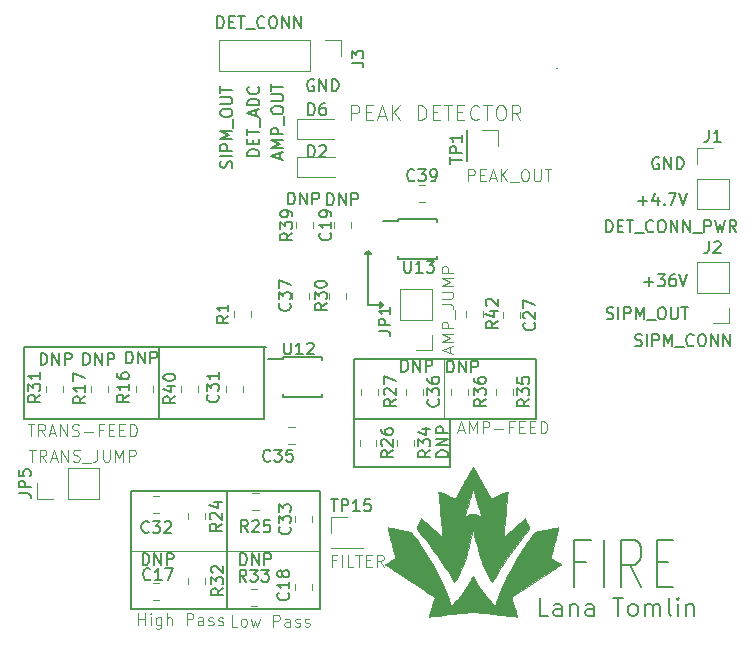
<source format=gbr>
%TF.GenerationSoftware,KiCad,Pcbnew,(5.1.9)-1*%
%TF.CreationDate,2021-07-13T18:03:15-04:00*%
%TF.ProjectId,detector_circuit_LTC6269,64657465-6374-46f7-925f-636972637569,rev?*%
%TF.SameCoordinates,Original*%
%TF.FileFunction,Legend,Top*%
%TF.FilePolarity,Positive*%
%FSLAX46Y46*%
G04 Gerber Fmt 4.6, Leading zero omitted, Abs format (unit mm)*
G04 Created by KiCad (PCBNEW (5.1.9)-1) date 2021-07-13 18:03:15*
%MOMM*%
%LPD*%
G01*
G04 APERTURE LIST*
%ADD10C,0.150000*%
%ADD11C,0.100000*%
%ADD12C,0.120000*%
%ADD13C,0.010000*%
G04 APERTURE END LIST*
D10*
X133890142Y-141573285D02*
X132890142Y-141573285D01*
X132890142Y-143668523D02*
X132890142Y-139668523D01*
X134318714Y-139668523D01*
X135461571Y-143668523D02*
X135461571Y-139668523D01*
X138604428Y-143668523D02*
X137604428Y-141763761D01*
X136890142Y-143668523D02*
X136890142Y-139668523D01*
X138033000Y-139668523D01*
X138318714Y-139859000D01*
X138461571Y-140049476D01*
X138604428Y-140430428D01*
X138604428Y-141001857D01*
X138461571Y-141382809D01*
X138318714Y-141573285D01*
X138033000Y-141763761D01*
X136890142Y-141763761D01*
X139890142Y-141573285D02*
X140890142Y-141573285D01*
X141318714Y-143668523D02*
X139890142Y-143668523D01*
X139890142Y-139668523D01*
X141318714Y-139668523D01*
X110871095Y-100719000D02*
X110775857Y-100671380D01*
X110633000Y-100671380D01*
X110490142Y-100719000D01*
X110394904Y-100814238D01*
X110347285Y-100909476D01*
X110299666Y-101099952D01*
X110299666Y-101242809D01*
X110347285Y-101433285D01*
X110394904Y-101528523D01*
X110490142Y-101623761D01*
X110633000Y-101671380D01*
X110728238Y-101671380D01*
X110871095Y-101623761D01*
X110918714Y-101576142D01*
X110918714Y-101242809D01*
X110728238Y-101242809D01*
X111347285Y-101671380D02*
X111347285Y-100671380D01*
X111918714Y-101671380D01*
X111918714Y-100671380D01*
X112394904Y-101671380D02*
X112394904Y-100671380D01*
X112633000Y-100671380D01*
X112775857Y-100719000D01*
X112871095Y-100814238D01*
X112918714Y-100909476D01*
X112966333Y-101099952D01*
X112966333Y-101242809D01*
X112918714Y-101433285D01*
X112871095Y-101528523D01*
X112775857Y-101623761D01*
X112633000Y-101671380D01*
X112394904Y-101671380D01*
X107989666Y-107386047D02*
X107989666Y-106909857D01*
X108275380Y-107481285D02*
X107275380Y-107147952D01*
X108275380Y-106814619D01*
X108275380Y-106481285D02*
X107275380Y-106481285D01*
X107989666Y-106147952D01*
X107275380Y-105814619D01*
X108275380Y-105814619D01*
X108275380Y-105338428D02*
X107275380Y-105338428D01*
X107275380Y-104957476D01*
X107323000Y-104862238D01*
X107370619Y-104814619D01*
X107465857Y-104767000D01*
X107608714Y-104767000D01*
X107703952Y-104814619D01*
X107751571Y-104862238D01*
X107799190Y-104957476D01*
X107799190Y-105338428D01*
X108370619Y-104576523D02*
X108370619Y-103814619D01*
X107275380Y-103386047D02*
X107275380Y-103195571D01*
X107323000Y-103100333D01*
X107418238Y-103005095D01*
X107608714Y-102957476D01*
X107942047Y-102957476D01*
X108132523Y-103005095D01*
X108227761Y-103100333D01*
X108275380Y-103195571D01*
X108275380Y-103386047D01*
X108227761Y-103481285D01*
X108132523Y-103576523D01*
X107942047Y-103624142D01*
X107608714Y-103624142D01*
X107418238Y-103576523D01*
X107323000Y-103481285D01*
X107275380Y-103386047D01*
X107275380Y-102528904D02*
X108084904Y-102528904D01*
X108180142Y-102481285D01*
X108227761Y-102433666D01*
X108275380Y-102338428D01*
X108275380Y-102147952D01*
X108227761Y-102052714D01*
X108180142Y-102005095D01*
X108084904Y-101957476D01*
X107275380Y-101957476D01*
X107275380Y-101624142D02*
X107275380Y-101052714D01*
X108275380Y-101338428D02*
X107275380Y-101338428D01*
X106243380Y-107171761D02*
X105243380Y-107171761D01*
X105243380Y-106933666D01*
X105291000Y-106790809D01*
X105386238Y-106695571D01*
X105481476Y-106647952D01*
X105671952Y-106600333D01*
X105814809Y-106600333D01*
X106005285Y-106647952D01*
X106100523Y-106695571D01*
X106195761Y-106790809D01*
X106243380Y-106933666D01*
X106243380Y-107171761D01*
X105719571Y-106171761D02*
X105719571Y-105838428D01*
X106243380Y-105695571D02*
X106243380Y-106171761D01*
X105243380Y-106171761D01*
X105243380Y-105695571D01*
X105243380Y-105409857D02*
X105243380Y-104838428D01*
X106243380Y-105124142D02*
X105243380Y-105124142D01*
X106338619Y-104743190D02*
X106338619Y-103981285D01*
X105957666Y-103790809D02*
X105957666Y-103314619D01*
X106243380Y-103886047D02*
X105243380Y-103552714D01*
X106243380Y-103219380D01*
X106243380Y-102886047D02*
X105243380Y-102886047D01*
X105243380Y-102647952D01*
X105291000Y-102505095D01*
X105386238Y-102409857D01*
X105481476Y-102362238D01*
X105671952Y-102314619D01*
X105814809Y-102314619D01*
X106005285Y-102362238D01*
X106100523Y-102409857D01*
X106195761Y-102505095D01*
X106243380Y-102647952D01*
X106243380Y-102886047D01*
X106148142Y-101314619D02*
X106195761Y-101362238D01*
X106243380Y-101505095D01*
X106243380Y-101600333D01*
X106195761Y-101743190D01*
X106100523Y-101838428D01*
X106005285Y-101886047D01*
X105814809Y-101933666D01*
X105671952Y-101933666D01*
X105481476Y-101886047D01*
X105386238Y-101838428D01*
X105291000Y-101743190D01*
X105243380Y-101600333D01*
X105243380Y-101505095D01*
X105291000Y-101362238D01*
X105338619Y-101314619D01*
X103909761Y-108179761D02*
X103957380Y-108036904D01*
X103957380Y-107798809D01*
X103909761Y-107703571D01*
X103862142Y-107655952D01*
X103766904Y-107608333D01*
X103671666Y-107608333D01*
X103576428Y-107655952D01*
X103528809Y-107703571D01*
X103481190Y-107798809D01*
X103433571Y-107989285D01*
X103385952Y-108084523D01*
X103338333Y-108132142D01*
X103243095Y-108179761D01*
X103147857Y-108179761D01*
X103052619Y-108132142D01*
X103005000Y-108084523D01*
X102957380Y-107989285D01*
X102957380Y-107751190D01*
X103005000Y-107608333D01*
X103957380Y-107179761D02*
X102957380Y-107179761D01*
X103957380Y-106703571D02*
X102957380Y-106703571D01*
X102957380Y-106322619D01*
X103005000Y-106227380D01*
X103052619Y-106179761D01*
X103147857Y-106132142D01*
X103290714Y-106132142D01*
X103385952Y-106179761D01*
X103433571Y-106227380D01*
X103481190Y-106322619D01*
X103481190Y-106703571D01*
X103957380Y-105703571D02*
X102957380Y-105703571D01*
X103671666Y-105370238D01*
X102957380Y-105036904D01*
X103957380Y-105036904D01*
X104052619Y-104798809D02*
X104052619Y-104036904D01*
X102957380Y-103608333D02*
X102957380Y-103417857D01*
X103005000Y-103322619D01*
X103100238Y-103227380D01*
X103290714Y-103179761D01*
X103624047Y-103179761D01*
X103814523Y-103227380D01*
X103909761Y-103322619D01*
X103957380Y-103417857D01*
X103957380Y-103608333D01*
X103909761Y-103703571D01*
X103814523Y-103798809D01*
X103624047Y-103846428D01*
X103290714Y-103846428D01*
X103100238Y-103798809D01*
X103005000Y-103703571D01*
X102957380Y-103608333D01*
X102957380Y-102751190D02*
X103766904Y-102751190D01*
X103862142Y-102703571D01*
X103909761Y-102655952D01*
X103957380Y-102560714D01*
X103957380Y-102370238D01*
X103909761Y-102275000D01*
X103862142Y-102227380D01*
X103766904Y-102179761D01*
X102957380Y-102179761D01*
X102957380Y-101846428D02*
X102957380Y-101275000D01*
X103957380Y-101560714D02*
X102957380Y-101560714D01*
X140081095Y-107323000D02*
X139985857Y-107275380D01*
X139843000Y-107275380D01*
X139700142Y-107323000D01*
X139604904Y-107418238D01*
X139557285Y-107513476D01*
X139509666Y-107703952D01*
X139509666Y-107846809D01*
X139557285Y-108037285D01*
X139604904Y-108132523D01*
X139700142Y-108227761D01*
X139843000Y-108275380D01*
X139938238Y-108275380D01*
X140081095Y-108227761D01*
X140128714Y-108180142D01*
X140128714Y-107846809D01*
X139938238Y-107846809D01*
X140557285Y-108275380D02*
X140557285Y-107275380D01*
X141128714Y-108275380D01*
X141128714Y-107275380D01*
X141604904Y-108275380D02*
X141604904Y-107275380D01*
X141843000Y-107275380D01*
X141985857Y-107323000D01*
X142081095Y-107418238D01*
X142128714Y-107513476D01*
X142176333Y-107703952D01*
X142176333Y-107846809D01*
X142128714Y-108037285D01*
X142081095Y-108132523D01*
X141985857Y-108227761D01*
X141843000Y-108275380D01*
X141604904Y-108275380D01*
X138335000Y-110942428D02*
X139096904Y-110942428D01*
X138715952Y-111323380D02*
X138715952Y-110561476D01*
X140001666Y-110656714D02*
X140001666Y-111323380D01*
X139763571Y-110275761D02*
X139525476Y-110990047D01*
X140144523Y-110990047D01*
X140525476Y-111228142D02*
X140573095Y-111275761D01*
X140525476Y-111323380D01*
X140477857Y-111275761D01*
X140525476Y-111228142D01*
X140525476Y-111323380D01*
X140906428Y-110323380D02*
X141573095Y-110323380D01*
X141144523Y-111323380D01*
X141811190Y-110323380D02*
X142144523Y-111323380D01*
X142477857Y-110323380D01*
X138827095Y-117800428D02*
X139589000Y-117800428D01*
X139208047Y-118181380D02*
X139208047Y-117419476D01*
X139969952Y-117181380D02*
X140589000Y-117181380D01*
X140255666Y-117562333D01*
X140398523Y-117562333D01*
X140493761Y-117609952D01*
X140541380Y-117657571D01*
X140589000Y-117752809D01*
X140589000Y-117990904D01*
X140541380Y-118086142D01*
X140493761Y-118133761D01*
X140398523Y-118181380D01*
X140112809Y-118181380D01*
X140017571Y-118133761D01*
X139969952Y-118086142D01*
X141446142Y-117181380D02*
X141255666Y-117181380D01*
X141160428Y-117229000D01*
X141112809Y-117276619D01*
X141017571Y-117419476D01*
X140969952Y-117609952D01*
X140969952Y-117990904D01*
X141017571Y-118086142D01*
X141065190Y-118133761D01*
X141160428Y-118181380D01*
X141350904Y-118181380D01*
X141446142Y-118133761D01*
X141493761Y-118086142D01*
X141541380Y-117990904D01*
X141541380Y-117752809D01*
X141493761Y-117657571D01*
X141446142Y-117609952D01*
X141350904Y-117562333D01*
X141160428Y-117562333D01*
X141065190Y-117609952D01*
X141017571Y-117657571D01*
X140969952Y-117752809D01*
X141827095Y-117181380D02*
X142160428Y-118181380D01*
X142493761Y-117181380D01*
X135660238Y-120927761D02*
X135803095Y-120975380D01*
X136041190Y-120975380D01*
X136136428Y-120927761D01*
X136184047Y-120880142D01*
X136231666Y-120784904D01*
X136231666Y-120689666D01*
X136184047Y-120594428D01*
X136136428Y-120546809D01*
X136041190Y-120499190D01*
X135850714Y-120451571D01*
X135755476Y-120403952D01*
X135707857Y-120356333D01*
X135660238Y-120261095D01*
X135660238Y-120165857D01*
X135707857Y-120070619D01*
X135755476Y-120023000D01*
X135850714Y-119975380D01*
X136088809Y-119975380D01*
X136231666Y-120023000D01*
X136660238Y-120975380D02*
X136660238Y-119975380D01*
X137136428Y-120975380D02*
X137136428Y-119975380D01*
X137517380Y-119975380D01*
X137612619Y-120023000D01*
X137660238Y-120070619D01*
X137707857Y-120165857D01*
X137707857Y-120308714D01*
X137660238Y-120403952D01*
X137612619Y-120451571D01*
X137517380Y-120499190D01*
X137136428Y-120499190D01*
X138136428Y-120975380D02*
X138136428Y-119975380D01*
X138469761Y-120689666D01*
X138803095Y-119975380D01*
X138803095Y-120975380D01*
X139041190Y-121070619D02*
X139803095Y-121070619D01*
X140231666Y-119975380D02*
X140422142Y-119975380D01*
X140517380Y-120023000D01*
X140612619Y-120118238D01*
X140660238Y-120308714D01*
X140660238Y-120642047D01*
X140612619Y-120832523D01*
X140517380Y-120927761D01*
X140422142Y-120975380D01*
X140231666Y-120975380D01*
X140136428Y-120927761D01*
X140041190Y-120832523D01*
X139993571Y-120642047D01*
X139993571Y-120308714D01*
X140041190Y-120118238D01*
X140136428Y-120023000D01*
X140231666Y-119975380D01*
X141088809Y-119975380D02*
X141088809Y-120784904D01*
X141136428Y-120880142D01*
X141184047Y-120927761D01*
X141279285Y-120975380D01*
X141469761Y-120975380D01*
X141565000Y-120927761D01*
X141612619Y-120880142D01*
X141660238Y-120784904D01*
X141660238Y-119975380D01*
X141993571Y-119975380D02*
X142565000Y-119975380D01*
X142279285Y-120975380D02*
X142279285Y-119975380D01*
X131445000Y-99695000D02*
X131445000Y-99695000D01*
X111379000Y-145542000D02*
X111379000Y-144780000D01*
X95377000Y-145542000D02*
X111379000Y-145542000D01*
X130703571Y-146093571D02*
X129989285Y-146093571D01*
X129989285Y-144593571D01*
X131846428Y-146093571D02*
X131846428Y-145307857D01*
X131775000Y-145165000D01*
X131632142Y-145093571D01*
X131346428Y-145093571D01*
X131203571Y-145165000D01*
X131846428Y-146022142D02*
X131703571Y-146093571D01*
X131346428Y-146093571D01*
X131203571Y-146022142D01*
X131132142Y-145879285D01*
X131132142Y-145736428D01*
X131203571Y-145593571D01*
X131346428Y-145522142D01*
X131703571Y-145522142D01*
X131846428Y-145450714D01*
X132560714Y-145093571D02*
X132560714Y-146093571D01*
X132560714Y-145236428D02*
X132632142Y-145165000D01*
X132775000Y-145093571D01*
X132989285Y-145093571D01*
X133132142Y-145165000D01*
X133203571Y-145307857D01*
X133203571Y-146093571D01*
X134560714Y-146093571D02*
X134560714Y-145307857D01*
X134489285Y-145165000D01*
X134346428Y-145093571D01*
X134060714Y-145093571D01*
X133917857Y-145165000D01*
X134560714Y-146022142D02*
X134417857Y-146093571D01*
X134060714Y-146093571D01*
X133917857Y-146022142D01*
X133846428Y-145879285D01*
X133846428Y-145736428D01*
X133917857Y-145593571D01*
X134060714Y-145522142D01*
X134417857Y-145522142D01*
X134560714Y-145450714D01*
X136203571Y-144593571D02*
X137060714Y-144593571D01*
X136632142Y-146093571D02*
X136632142Y-144593571D01*
X137775000Y-146093571D02*
X137632142Y-146022142D01*
X137560714Y-145950714D01*
X137489285Y-145807857D01*
X137489285Y-145379285D01*
X137560714Y-145236428D01*
X137632142Y-145165000D01*
X137775000Y-145093571D01*
X137989285Y-145093571D01*
X138132142Y-145165000D01*
X138203571Y-145236428D01*
X138275000Y-145379285D01*
X138275000Y-145807857D01*
X138203571Y-145950714D01*
X138132142Y-146022142D01*
X137989285Y-146093571D01*
X137775000Y-146093571D01*
X138917857Y-146093571D02*
X138917857Y-145093571D01*
X138917857Y-145236428D02*
X138989285Y-145165000D01*
X139132142Y-145093571D01*
X139346428Y-145093571D01*
X139489285Y-145165000D01*
X139560714Y-145307857D01*
X139560714Y-146093571D01*
X139560714Y-145307857D02*
X139632142Y-145165000D01*
X139775000Y-145093571D01*
X139989285Y-145093571D01*
X140132142Y-145165000D01*
X140203571Y-145307857D01*
X140203571Y-146093571D01*
X141132142Y-146093571D02*
X140989285Y-146022142D01*
X140917857Y-145879285D01*
X140917857Y-144593571D01*
X141703571Y-146093571D02*
X141703571Y-145093571D01*
X141703571Y-144593571D02*
X141632142Y-144665000D01*
X141703571Y-144736428D01*
X141775000Y-144665000D01*
X141703571Y-144593571D01*
X141703571Y-144736428D01*
X142417857Y-145093571D02*
X142417857Y-146093571D01*
X142417857Y-145236428D02*
X142489285Y-145165000D01*
X142632142Y-145093571D01*
X142846428Y-145093571D01*
X142989285Y-145165000D01*
X143060714Y-145307857D01*
X143060714Y-146093571D01*
D11*
X114015142Y-104133976D02*
X114015142Y-102883976D01*
X114491333Y-102883976D01*
X114610380Y-102943500D01*
X114669904Y-103003023D01*
X114729428Y-103122071D01*
X114729428Y-103300642D01*
X114669904Y-103419690D01*
X114610380Y-103479214D01*
X114491333Y-103538738D01*
X114015142Y-103538738D01*
X115265142Y-103479214D02*
X115681809Y-103479214D01*
X115860380Y-104133976D02*
X115265142Y-104133976D01*
X115265142Y-102883976D01*
X115860380Y-102883976D01*
X116336571Y-103776833D02*
X116931809Y-103776833D01*
X116217523Y-104133976D02*
X116634190Y-102883976D01*
X117050857Y-104133976D01*
X117467523Y-104133976D02*
X117467523Y-102883976D01*
X118181809Y-104133976D02*
X117646095Y-103419690D01*
X118181809Y-102883976D02*
X117467523Y-103598261D01*
X119669904Y-104133976D02*
X119669904Y-102883976D01*
X119967523Y-102883976D01*
X120146095Y-102943500D01*
X120265142Y-103062547D01*
X120324666Y-103181595D01*
X120384190Y-103419690D01*
X120384190Y-103598261D01*
X120324666Y-103836357D01*
X120265142Y-103955404D01*
X120146095Y-104074452D01*
X119967523Y-104133976D01*
X119669904Y-104133976D01*
X120919904Y-103479214D02*
X121336571Y-103479214D01*
X121515142Y-104133976D02*
X120919904Y-104133976D01*
X120919904Y-102883976D01*
X121515142Y-102883976D01*
X121872285Y-102883976D02*
X122586571Y-102883976D01*
X122229428Y-104133976D02*
X122229428Y-102883976D01*
X123003238Y-103479214D02*
X123419904Y-103479214D01*
X123598476Y-104133976D02*
X123003238Y-104133976D01*
X123003238Y-102883976D01*
X123598476Y-102883976D01*
X124848476Y-104014928D02*
X124788952Y-104074452D01*
X124610380Y-104133976D01*
X124491333Y-104133976D01*
X124312761Y-104074452D01*
X124193714Y-103955404D01*
X124134190Y-103836357D01*
X124074666Y-103598261D01*
X124074666Y-103419690D01*
X124134190Y-103181595D01*
X124193714Y-103062547D01*
X124312761Y-102943500D01*
X124491333Y-102883976D01*
X124610380Y-102883976D01*
X124788952Y-102943500D01*
X124848476Y-103003023D01*
X125205619Y-102883976D02*
X125919904Y-102883976D01*
X125562761Y-104133976D02*
X125562761Y-102883976D01*
X126574666Y-102883976D02*
X126812761Y-102883976D01*
X126931809Y-102943500D01*
X127050857Y-103062547D01*
X127110380Y-103300642D01*
X127110380Y-103717309D01*
X127050857Y-103955404D01*
X126931809Y-104074452D01*
X126812761Y-104133976D01*
X126574666Y-104133976D01*
X126455619Y-104074452D01*
X126336571Y-103955404D01*
X126277047Y-103717309D01*
X126277047Y-103300642D01*
X126336571Y-103062547D01*
X126455619Y-102943500D01*
X126574666Y-102883976D01*
X128360380Y-104133976D02*
X127943714Y-103538738D01*
X127646095Y-104133976D02*
X127646095Y-102883976D01*
X128122285Y-102883976D01*
X128241333Y-102943500D01*
X128300857Y-103003023D01*
X128360380Y-103122071D01*
X128360380Y-103300642D01*
X128300857Y-103419690D01*
X128241333Y-103479214D01*
X128122285Y-103538738D01*
X127646095Y-103538738D01*
X123111095Y-130341666D02*
X123587285Y-130341666D01*
X123015857Y-130627380D02*
X123349190Y-129627380D01*
X123682523Y-130627380D01*
X124015857Y-130627380D02*
X124015857Y-129627380D01*
X124349190Y-130341666D01*
X124682523Y-129627380D01*
X124682523Y-130627380D01*
X125158714Y-130627380D02*
X125158714Y-129627380D01*
X125539666Y-129627380D01*
X125634904Y-129675000D01*
X125682523Y-129722619D01*
X125730142Y-129817857D01*
X125730142Y-129960714D01*
X125682523Y-130055952D01*
X125634904Y-130103571D01*
X125539666Y-130151190D01*
X125158714Y-130151190D01*
X126158714Y-130246428D02*
X126920619Y-130246428D01*
X127730142Y-130103571D02*
X127396809Y-130103571D01*
X127396809Y-130627380D02*
X127396809Y-129627380D01*
X127873000Y-129627380D01*
X128253952Y-130103571D02*
X128587285Y-130103571D01*
X128730142Y-130627380D02*
X128253952Y-130627380D01*
X128253952Y-129627380D01*
X128730142Y-129627380D01*
X129158714Y-130103571D02*
X129492047Y-130103571D01*
X129634904Y-130627380D02*
X129158714Y-130627380D01*
X129158714Y-129627380D01*
X129634904Y-129627380D01*
X130063476Y-130627380D02*
X130063476Y-129627380D01*
X130301571Y-129627380D01*
X130444428Y-129675000D01*
X130539666Y-129770238D01*
X130587285Y-129865476D01*
X130634904Y-130055952D01*
X130634904Y-130198809D01*
X130587285Y-130389285D01*
X130539666Y-130484523D01*
X130444428Y-130579761D01*
X130301571Y-130627380D01*
X130063476Y-130627380D01*
D10*
X95377000Y-135509000D02*
X95377000Y-136144000D01*
X111379000Y-135509000D02*
X95377000Y-135509000D01*
D11*
X103505000Y-140589000D02*
X95377000Y-140589000D01*
X104378476Y-147010380D02*
X103902285Y-147010380D01*
X103902285Y-146010380D01*
X104854666Y-147010380D02*
X104759428Y-146962761D01*
X104711809Y-146915142D01*
X104664190Y-146819904D01*
X104664190Y-146534190D01*
X104711809Y-146438952D01*
X104759428Y-146391333D01*
X104854666Y-146343714D01*
X104997523Y-146343714D01*
X105092761Y-146391333D01*
X105140380Y-146438952D01*
X105188000Y-146534190D01*
X105188000Y-146819904D01*
X105140380Y-146915142D01*
X105092761Y-146962761D01*
X104997523Y-147010380D01*
X104854666Y-147010380D01*
X105521333Y-146343714D02*
X105711809Y-147010380D01*
X105902285Y-146534190D01*
X106092761Y-147010380D01*
X106283238Y-146343714D01*
X107426095Y-147010380D02*
X107426095Y-146010380D01*
X107807047Y-146010380D01*
X107902285Y-146058000D01*
X107949904Y-146105619D01*
X107997523Y-146200857D01*
X107997523Y-146343714D01*
X107949904Y-146438952D01*
X107902285Y-146486571D01*
X107807047Y-146534190D01*
X107426095Y-146534190D01*
X108854666Y-147010380D02*
X108854666Y-146486571D01*
X108807047Y-146391333D01*
X108711809Y-146343714D01*
X108521333Y-146343714D01*
X108426095Y-146391333D01*
X108854666Y-146962761D02*
X108759428Y-147010380D01*
X108521333Y-147010380D01*
X108426095Y-146962761D01*
X108378476Y-146867523D01*
X108378476Y-146772285D01*
X108426095Y-146677047D01*
X108521333Y-146629428D01*
X108759428Y-146629428D01*
X108854666Y-146581809D01*
X109283238Y-146962761D02*
X109378476Y-147010380D01*
X109568952Y-147010380D01*
X109664190Y-146962761D01*
X109711809Y-146867523D01*
X109711809Y-146819904D01*
X109664190Y-146724666D01*
X109568952Y-146677047D01*
X109426095Y-146677047D01*
X109330857Y-146629428D01*
X109283238Y-146534190D01*
X109283238Y-146486571D01*
X109330857Y-146391333D01*
X109426095Y-146343714D01*
X109568952Y-146343714D01*
X109664190Y-146391333D01*
X110092761Y-146962761D02*
X110188000Y-147010380D01*
X110378476Y-147010380D01*
X110473714Y-146962761D01*
X110521333Y-146867523D01*
X110521333Y-146819904D01*
X110473714Y-146724666D01*
X110378476Y-146677047D01*
X110235619Y-146677047D01*
X110140380Y-146629428D01*
X110092761Y-146534190D01*
X110092761Y-146486571D01*
X110140380Y-146391333D01*
X110235619Y-146343714D01*
X110378476Y-146343714D01*
X110473714Y-146391333D01*
X95996571Y-146883380D02*
X95996571Y-145883380D01*
X95996571Y-146359571D02*
X96568000Y-146359571D01*
X96568000Y-146883380D02*
X96568000Y-145883380D01*
X97044190Y-146883380D02*
X97044190Y-146216714D01*
X97044190Y-145883380D02*
X96996571Y-145931000D01*
X97044190Y-145978619D01*
X97091809Y-145931000D01*
X97044190Y-145883380D01*
X97044190Y-145978619D01*
X97948952Y-146216714D02*
X97948952Y-147026238D01*
X97901333Y-147121476D01*
X97853714Y-147169095D01*
X97758476Y-147216714D01*
X97615619Y-147216714D01*
X97520380Y-147169095D01*
X97948952Y-146835761D02*
X97853714Y-146883380D01*
X97663238Y-146883380D01*
X97568000Y-146835761D01*
X97520380Y-146788142D01*
X97472761Y-146692904D01*
X97472761Y-146407190D01*
X97520380Y-146311952D01*
X97568000Y-146264333D01*
X97663238Y-146216714D01*
X97853714Y-146216714D01*
X97948952Y-146264333D01*
X98425142Y-146883380D02*
X98425142Y-145883380D01*
X98853714Y-146883380D02*
X98853714Y-146359571D01*
X98806095Y-146264333D01*
X98710857Y-146216714D01*
X98568000Y-146216714D01*
X98472761Y-146264333D01*
X98425142Y-146311952D01*
X100091809Y-146883380D02*
X100091809Y-145883380D01*
X100472761Y-145883380D01*
X100568000Y-145931000D01*
X100615619Y-145978619D01*
X100663238Y-146073857D01*
X100663238Y-146216714D01*
X100615619Y-146311952D01*
X100568000Y-146359571D01*
X100472761Y-146407190D01*
X100091809Y-146407190D01*
X101520380Y-146883380D02*
X101520380Y-146359571D01*
X101472761Y-146264333D01*
X101377523Y-146216714D01*
X101187047Y-146216714D01*
X101091809Y-146264333D01*
X101520380Y-146835761D02*
X101425142Y-146883380D01*
X101187047Y-146883380D01*
X101091809Y-146835761D01*
X101044190Y-146740523D01*
X101044190Y-146645285D01*
X101091809Y-146550047D01*
X101187047Y-146502428D01*
X101425142Y-146502428D01*
X101520380Y-146454809D01*
X101948952Y-146835761D02*
X102044190Y-146883380D01*
X102234666Y-146883380D01*
X102329904Y-146835761D01*
X102377523Y-146740523D01*
X102377523Y-146692904D01*
X102329904Y-146597666D01*
X102234666Y-146550047D01*
X102091809Y-146550047D01*
X101996571Y-146502428D01*
X101948952Y-146407190D01*
X101948952Y-146359571D01*
X101996571Y-146264333D01*
X102091809Y-146216714D01*
X102234666Y-146216714D01*
X102329904Y-146264333D01*
X102758476Y-146835761D02*
X102853714Y-146883380D01*
X103044190Y-146883380D01*
X103139428Y-146835761D01*
X103187047Y-146740523D01*
X103187047Y-146692904D01*
X103139428Y-146597666D01*
X103044190Y-146550047D01*
X102901333Y-146550047D01*
X102806095Y-146502428D01*
X102758476Y-146407190D01*
X102758476Y-146359571D01*
X102806095Y-146264333D01*
X102901333Y-146216714D01*
X103044190Y-146216714D01*
X103139428Y-146264333D01*
D10*
X115697000Y-115443000D02*
X115443000Y-115189000D01*
X115189000Y-115443000D02*
X115697000Y-115443000D01*
X115443000Y-115189000D02*
X115189000Y-115443000D01*
X116459000Y-119507000D02*
X116459000Y-120015000D01*
X116459000Y-120015000D02*
X116713000Y-119761000D01*
X116459000Y-119507000D02*
X116713000Y-119761000D01*
X116713000Y-119761000D02*
X116459000Y-119507000D01*
X115443000Y-119761000D02*
X116713000Y-119761000D01*
X115443000Y-115189000D02*
X115443000Y-119761000D01*
X129667000Y-129413000D02*
X129667000Y-124333000D01*
X114300000Y-129413000D02*
X114300000Y-133477000D01*
X114300000Y-133477000D02*
X122428000Y-133477000D01*
X122428000Y-133477000D02*
X122428000Y-129413000D01*
X106807000Y-123317000D02*
X90043000Y-123317000D01*
D11*
X86646333Y-129881380D02*
X87217761Y-129881380D01*
X86932047Y-130881380D02*
X86932047Y-129881380D01*
X88122523Y-130881380D02*
X87789190Y-130405190D01*
X87551095Y-130881380D02*
X87551095Y-129881380D01*
X87932047Y-129881380D01*
X88027285Y-129929000D01*
X88074904Y-129976619D01*
X88122523Y-130071857D01*
X88122523Y-130214714D01*
X88074904Y-130309952D01*
X88027285Y-130357571D01*
X87932047Y-130405190D01*
X87551095Y-130405190D01*
X88503476Y-130595666D02*
X88979666Y-130595666D01*
X88408238Y-130881380D02*
X88741571Y-129881380D01*
X89074904Y-130881380D01*
X89408238Y-130881380D02*
X89408238Y-129881380D01*
X89979666Y-130881380D01*
X89979666Y-129881380D01*
X90408238Y-130833761D02*
X90551095Y-130881380D01*
X90789190Y-130881380D01*
X90884428Y-130833761D01*
X90932047Y-130786142D01*
X90979666Y-130690904D01*
X90979666Y-130595666D01*
X90932047Y-130500428D01*
X90884428Y-130452809D01*
X90789190Y-130405190D01*
X90598714Y-130357571D01*
X90503476Y-130309952D01*
X90455857Y-130262333D01*
X90408238Y-130167095D01*
X90408238Y-130071857D01*
X90455857Y-129976619D01*
X90503476Y-129929000D01*
X90598714Y-129881380D01*
X90836809Y-129881380D01*
X90979666Y-129929000D01*
X91408238Y-130500428D02*
X92170142Y-130500428D01*
X92979666Y-130357571D02*
X92646333Y-130357571D01*
X92646333Y-130881380D02*
X92646333Y-129881380D01*
X93122523Y-129881380D01*
X93503476Y-130357571D02*
X93836809Y-130357571D01*
X93979666Y-130881380D02*
X93503476Y-130881380D01*
X93503476Y-129881380D01*
X93979666Y-129881380D01*
X94408238Y-130357571D02*
X94741571Y-130357571D01*
X94884428Y-130881380D02*
X94408238Y-130881380D01*
X94408238Y-129881380D01*
X94884428Y-129881380D01*
X95313000Y-130881380D02*
X95313000Y-129881380D01*
X95551095Y-129881380D01*
X95693952Y-129929000D01*
X95789190Y-130024238D01*
X95836809Y-130119476D01*
X95884428Y-130309952D01*
X95884428Y-130452809D01*
X95836809Y-130643285D01*
X95789190Y-130738523D01*
X95693952Y-130833761D01*
X95551095Y-130881380D01*
X95313000Y-130881380D01*
X111379000Y-140589000D02*
X103505000Y-140589000D01*
D10*
X103505000Y-135509000D02*
X103505000Y-145415000D01*
X95377000Y-145542000D02*
X95377000Y-136017000D01*
X111379000Y-135509000D02*
X111379000Y-144780000D01*
X97790000Y-123317000D02*
X97790000Y-129286000D01*
D11*
X121920000Y-124333000D02*
X121920000Y-129413000D01*
D10*
X129667000Y-124333000D02*
X114300000Y-124333000D01*
X114300000Y-129413000D02*
X129667000Y-129413000D01*
X114300000Y-124333000D02*
X114300000Y-129413000D01*
X106680000Y-123317000D02*
X86360000Y-123317000D01*
X106680000Y-129413000D02*
X106680000Y-123380500D01*
X86360000Y-129413000D02*
X106680000Y-129413000D01*
X86360000Y-123317000D02*
X86360000Y-129413000D01*
D12*
%TO.C,R1*%
X104128500Y-120793252D02*
X104128500Y-120270748D01*
X105548500Y-120793252D02*
X105548500Y-120270748D01*
%TO.C,J3*%
X102873500Y-97349000D02*
X102873500Y-100009000D01*
X110553500Y-97349000D02*
X102873500Y-97349000D01*
X110553500Y-100009000D02*
X102873500Y-100009000D01*
X110553500Y-97349000D02*
X110553500Y-100009000D01*
X111823500Y-97349000D02*
X113153500Y-97349000D01*
X113153500Y-97349000D02*
X113153500Y-98679000D01*
%TO.C,J2*%
X145983000Y-116145000D02*
X143323000Y-116145000D01*
X145983000Y-118745000D02*
X145983000Y-116145000D01*
X143323000Y-118745000D02*
X143323000Y-116145000D01*
X145983000Y-118745000D02*
X143323000Y-118745000D01*
X145983000Y-120015000D02*
X145983000Y-121345000D01*
X145983000Y-121345000D02*
X144653000Y-121345000D01*
%TO.C,J1*%
X143323000Y-111693000D02*
X145983000Y-111693000D01*
X143323000Y-109093000D02*
X143323000Y-111693000D01*
X145983000Y-109093000D02*
X145983000Y-111693000D01*
X143323000Y-109093000D02*
X145983000Y-109093000D01*
X143323000Y-107823000D02*
X143323000Y-106493000D01*
X143323000Y-106493000D02*
X144653000Y-106493000D01*
D13*
%TO.C,G\u002A\u002A\u002A*%
G36*
X124356736Y-133522442D02*
G01*
X124388531Y-133573919D01*
X124437171Y-133656171D01*
X124501005Y-133766305D01*
X124578384Y-133901429D01*
X124667658Y-134058650D01*
X124767177Y-134235075D01*
X124875290Y-134427813D01*
X124990348Y-134633971D01*
X125090134Y-134813554D01*
X125209867Y-135029413D01*
X125323922Y-135234941D01*
X125430648Y-135427168D01*
X125528393Y-135603123D01*
X125615506Y-135759837D01*
X125690335Y-135894340D01*
X125751229Y-136003662D01*
X125796537Y-136084833D01*
X125824608Y-136134885D01*
X125833590Y-136150597D01*
X125846257Y-136154807D01*
X125875807Y-136149857D01*
X125925304Y-136134563D01*
X125997814Y-136107743D01*
X126096402Y-136068213D01*
X126224135Y-136014790D01*
X126384078Y-135946291D01*
X126554739Y-135872237D01*
X126715035Y-135802880D01*
X126863205Y-135739713D01*
X126994935Y-135684504D01*
X127105910Y-135639022D01*
X127191814Y-135605034D01*
X127248331Y-135584306D01*
X127271147Y-135578608D01*
X127271294Y-135578714D01*
X127271236Y-135600926D01*
X127267381Y-135661765D01*
X127259987Y-135758310D01*
X127249314Y-135887644D01*
X127235620Y-136046848D01*
X127219162Y-136233002D01*
X127200200Y-136443189D01*
X127178992Y-136674490D01*
X127155797Y-136923985D01*
X127130873Y-137188756D01*
X127104479Y-137465885D01*
X127100060Y-137511973D01*
X127073411Y-137790730D01*
X127048103Y-138057525D01*
X127024399Y-138309445D01*
X127002566Y-138543582D01*
X126982869Y-138757025D01*
X126965571Y-138946863D01*
X126950937Y-139110187D01*
X126939234Y-139244087D01*
X126930725Y-139345651D01*
X126925675Y-139411970D01*
X126924350Y-139440134D01*
X126924508Y-139440912D01*
X126941240Y-139429040D01*
X126986336Y-139391779D01*
X127057023Y-139331543D01*
X127150530Y-139250745D01*
X127264084Y-139151801D01*
X127394914Y-139037124D01*
X127540247Y-138909127D01*
X127697313Y-138770225D01*
X127836224Y-138646941D01*
X128001319Y-138500442D01*
X128157251Y-138362569D01*
X128301214Y-138235771D01*
X128430399Y-138122495D01*
X128542001Y-138025191D01*
X128633213Y-137946306D01*
X128701228Y-137888291D01*
X128743239Y-137853593D01*
X128756347Y-137844255D01*
X128762720Y-137848928D01*
X128772511Y-137865260D01*
X128787077Y-137896721D01*
X128807777Y-137946780D01*
X128835968Y-138018908D01*
X128873007Y-138116574D01*
X128920253Y-138243248D01*
X128979061Y-138402400D01*
X129046968Y-138587088D01*
X129108971Y-138755968D01*
X128931118Y-138961143D01*
X128701651Y-139232579D01*
X128460969Y-139529765D01*
X128212449Y-139847874D01*
X127959465Y-140182075D01*
X127705395Y-140527541D01*
X127453614Y-140879443D01*
X127207499Y-141232951D01*
X126970424Y-141583238D01*
X126745768Y-141925473D01*
X126536904Y-142254829D01*
X126347210Y-142566477D01*
X126180061Y-142855588D01*
X126079098Y-143040428D01*
X125965754Y-143253928D01*
X125896906Y-143153860D01*
X125765659Y-142948829D01*
X125629660Y-142709876D01*
X125492181Y-142444043D01*
X125356492Y-142158372D01*
X125225862Y-141859906D01*
X125103563Y-141555687D01*
X124992865Y-141252756D01*
X124938257Y-141089695D01*
X124839786Y-140768682D01*
X124741221Y-140416028D01*
X124645049Y-140041757D01*
X124553753Y-139655890D01*
X124469819Y-139268449D01*
X124404519Y-138936834D01*
X124345384Y-138620620D01*
X124237937Y-139155979D01*
X124119198Y-139713487D01*
X123994114Y-140232758D01*
X123861559Y-140716969D01*
X123720409Y-141169299D01*
X123569537Y-141592924D01*
X123407819Y-141991022D01*
X123234129Y-142366770D01*
X123047343Y-142723346D01*
X122864209Y-143035186D01*
X122814346Y-143114411D01*
X122771723Y-143179647D01*
X122741507Y-143223136D01*
X122729777Y-143237032D01*
X122714286Y-143223985D01*
X122685449Y-143181099D01*
X122648172Y-143116076D01*
X122626355Y-143074655D01*
X122505046Y-142848624D01*
X122359215Y-142595424D01*
X122191824Y-142319301D01*
X122005836Y-142024502D01*
X121804215Y-141715272D01*
X121589924Y-141395859D01*
X121365926Y-141070507D01*
X121135184Y-140743463D01*
X120900662Y-140418975D01*
X120665322Y-140101286D01*
X120432129Y-139794645D01*
X120204044Y-139503297D01*
X119984032Y-139231488D01*
X119775055Y-138983464D01*
X119755754Y-138961143D01*
X119577901Y-138755968D01*
X119639903Y-138587088D01*
X119710979Y-138393798D01*
X119769197Y-138236289D01*
X119815913Y-138111091D01*
X119852482Y-138014738D01*
X119880260Y-137943761D01*
X119900604Y-137894694D01*
X119914867Y-137864067D01*
X119924407Y-137848415D01*
X119930302Y-137844255D01*
X119948568Y-137857740D01*
X119995179Y-137896561D01*
X120067328Y-137958273D01*
X120162208Y-138040428D01*
X120277012Y-138140578D01*
X120408934Y-138256277D01*
X120555168Y-138385077D01*
X120712906Y-138524532D01*
X120850658Y-138646709D01*
X121015500Y-138792854D01*
X121170926Y-138930132D01*
X121314166Y-139056129D01*
X121442447Y-139168432D01*
X121552997Y-139264627D01*
X121643044Y-139342303D01*
X121709817Y-139399044D01*
X121750543Y-139432438D01*
X121762596Y-139440680D01*
X121761878Y-139419138D01*
X121757394Y-139358958D01*
X121749408Y-139263052D01*
X121738186Y-139134328D01*
X121723994Y-138975696D01*
X121707096Y-138790067D01*
X121687757Y-138580349D01*
X121666243Y-138349452D01*
X121642819Y-138100287D01*
X121617750Y-137835763D01*
X121614510Y-137801830D01*
X123585064Y-137801830D01*
X123592690Y-137804056D01*
X123623359Y-137781470D01*
X123670685Y-137738862D01*
X123676809Y-137732989D01*
X123750642Y-137671529D01*
X123842389Y-137608530D01*
X123926016Y-137560905D01*
X124112297Y-137490170D01*
X124301392Y-137459969D01*
X124489177Y-137469674D01*
X124671522Y-137518659D01*
X124844302Y-137606295D01*
X124994176Y-137723234D01*
X125047589Y-137770820D01*
X125085505Y-137799926D01*
X125101665Y-137805923D01*
X125101332Y-137802513D01*
X125093281Y-137777411D01*
X125073937Y-137716030D01*
X125044416Y-137621946D01*
X125005837Y-137498732D01*
X124959317Y-137349964D01*
X124905976Y-137179217D01*
X124846929Y-136990066D01*
X124783296Y-136786086D01*
X124719532Y-136581560D01*
X124652854Y-136367746D01*
X124589902Y-136166115D01*
X124531765Y-135980137D01*
X124479530Y-135813282D01*
X124434286Y-135669022D01*
X124397123Y-135550827D01*
X124369127Y-135462169D01*
X124351389Y-135406517D01*
X124345009Y-135387351D01*
X124338308Y-135405873D01*
X124320299Y-135460826D01*
X124292066Y-135548779D01*
X124254694Y-135666305D01*
X124209267Y-135809972D01*
X124156870Y-135976353D01*
X124098587Y-136162016D01*
X124035502Y-136363534D01*
X123968849Y-136576998D01*
X123901722Y-136792156D01*
X123838107Y-136995870D01*
X123779123Y-137184575D01*
X123725886Y-137354707D01*
X123679514Y-137502699D01*
X123641122Y-137624988D01*
X123611829Y-137718009D01*
X123592751Y-137778196D01*
X123585064Y-137801830D01*
X121614510Y-137801830D01*
X121591302Y-137558790D01*
X121586812Y-137511973D01*
X121560204Y-137233103D01*
X121535029Y-136966113D01*
X121511544Y-136713920D01*
X121490007Y-136479444D01*
X121470678Y-136265604D01*
X121453813Y-136075320D01*
X121439672Y-135911509D01*
X121428512Y-135777092D01*
X121420592Y-135674987D01*
X121416170Y-135608113D01*
X121415504Y-135579390D01*
X121415768Y-135578524D01*
X121437250Y-135583546D01*
X121492591Y-135603651D01*
X121577464Y-135637070D01*
X121687538Y-135682033D01*
X121818484Y-135736772D01*
X121965974Y-135799517D01*
X122125677Y-135868501D01*
X122128978Y-135869937D01*
X122288717Y-135939375D01*
X122436036Y-136003254D01*
X122566642Y-136059727D01*
X122676243Y-136106945D01*
X122760547Y-136143057D01*
X122815262Y-136166216D01*
X122836095Y-136174572D01*
X122836137Y-136174576D01*
X122847160Y-136156787D01*
X122876779Y-136105327D01*
X122923392Y-136023057D01*
X122985401Y-135912837D01*
X123061205Y-135777527D01*
X123149204Y-135619987D01*
X123247798Y-135443080D01*
X123355386Y-135249663D01*
X123470370Y-135042599D01*
X123582939Y-134839564D01*
X123703619Y-134622243D01*
X123818736Y-134415914D01*
X123926660Y-134223442D01*
X124025759Y-134047690D01*
X124114400Y-133891524D01*
X124190952Y-133757808D01*
X124253783Y-133649405D01*
X124301261Y-133569181D01*
X124331755Y-133520000D01*
X124343436Y-133504631D01*
X124356736Y-133522442D01*
G37*
X124356736Y-133522442D02*
X124388531Y-133573919D01*
X124437171Y-133656171D01*
X124501005Y-133766305D01*
X124578384Y-133901429D01*
X124667658Y-134058650D01*
X124767177Y-134235075D01*
X124875290Y-134427813D01*
X124990348Y-134633971D01*
X125090134Y-134813554D01*
X125209867Y-135029413D01*
X125323922Y-135234941D01*
X125430648Y-135427168D01*
X125528393Y-135603123D01*
X125615506Y-135759837D01*
X125690335Y-135894340D01*
X125751229Y-136003662D01*
X125796537Y-136084833D01*
X125824608Y-136134885D01*
X125833590Y-136150597D01*
X125846257Y-136154807D01*
X125875807Y-136149857D01*
X125925304Y-136134563D01*
X125997814Y-136107743D01*
X126096402Y-136068213D01*
X126224135Y-136014790D01*
X126384078Y-135946291D01*
X126554739Y-135872237D01*
X126715035Y-135802880D01*
X126863205Y-135739713D01*
X126994935Y-135684504D01*
X127105910Y-135639022D01*
X127191814Y-135605034D01*
X127248331Y-135584306D01*
X127271147Y-135578608D01*
X127271294Y-135578714D01*
X127271236Y-135600926D01*
X127267381Y-135661765D01*
X127259987Y-135758310D01*
X127249314Y-135887644D01*
X127235620Y-136046848D01*
X127219162Y-136233002D01*
X127200200Y-136443189D01*
X127178992Y-136674490D01*
X127155797Y-136923985D01*
X127130873Y-137188756D01*
X127104479Y-137465885D01*
X127100060Y-137511973D01*
X127073411Y-137790730D01*
X127048103Y-138057525D01*
X127024399Y-138309445D01*
X127002566Y-138543582D01*
X126982869Y-138757025D01*
X126965571Y-138946863D01*
X126950937Y-139110187D01*
X126939234Y-139244087D01*
X126930725Y-139345651D01*
X126925675Y-139411970D01*
X126924350Y-139440134D01*
X126924508Y-139440912D01*
X126941240Y-139429040D01*
X126986336Y-139391779D01*
X127057023Y-139331543D01*
X127150530Y-139250745D01*
X127264084Y-139151801D01*
X127394914Y-139037124D01*
X127540247Y-138909127D01*
X127697313Y-138770225D01*
X127836224Y-138646941D01*
X128001319Y-138500442D01*
X128157251Y-138362569D01*
X128301214Y-138235771D01*
X128430399Y-138122495D01*
X128542001Y-138025191D01*
X128633213Y-137946306D01*
X128701228Y-137888291D01*
X128743239Y-137853593D01*
X128756347Y-137844255D01*
X128762720Y-137848928D01*
X128772511Y-137865260D01*
X128787077Y-137896721D01*
X128807777Y-137946780D01*
X128835968Y-138018908D01*
X128873007Y-138116574D01*
X128920253Y-138243248D01*
X128979061Y-138402400D01*
X129046968Y-138587088D01*
X129108971Y-138755968D01*
X128931118Y-138961143D01*
X128701651Y-139232579D01*
X128460969Y-139529765D01*
X128212449Y-139847874D01*
X127959465Y-140182075D01*
X127705395Y-140527541D01*
X127453614Y-140879443D01*
X127207499Y-141232951D01*
X126970424Y-141583238D01*
X126745768Y-141925473D01*
X126536904Y-142254829D01*
X126347210Y-142566477D01*
X126180061Y-142855588D01*
X126079098Y-143040428D01*
X125965754Y-143253928D01*
X125896906Y-143153860D01*
X125765659Y-142948829D01*
X125629660Y-142709876D01*
X125492181Y-142444043D01*
X125356492Y-142158372D01*
X125225862Y-141859906D01*
X125103563Y-141555687D01*
X124992865Y-141252756D01*
X124938257Y-141089695D01*
X124839786Y-140768682D01*
X124741221Y-140416028D01*
X124645049Y-140041757D01*
X124553753Y-139655890D01*
X124469819Y-139268449D01*
X124404519Y-138936834D01*
X124345384Y-138620620D01*
X124237937Y-139155979D01*
X124119198Y-139713487D01*
X123994114Y-140232758D01*
X123861559Y-140716969D01*
X123720409Y-141169299D01*
X123569537Y-141592924D01*
X123407819Y-141991022D01*
X123234129Y-142366770D01*
X123047343Y-142723346D01*
X122864209Y-143035186D01*
X122814346Y-143114411D01*
X122771723Y-143179647D01*
X122741507Y-143223136D01*
X122729777Y-143237032D01*
X122714286Y-143223985D01*
X122685449Y-143181099D01*
X122648172Y-143116076D01*
X122626355Y-143074655D01*
X122505046Y-142848624D01*
X122359215Y-142595424D01*
X122191824Y-142319301D01*
X122005836Y-142024502D01*
X121804215Y-141715272D01*
X121589924Y-141395859D01*
X121365926Y-141070507D01*
X121135184Y-140743463D01*
X120900662Y-140418975D01*
X120665322Y-140101286D01*
X120432129Y-139794645D01*
X120204044Y-139503297D01*
X119984032Y-139231488D01*
X119775055Y-138983464D01*
X119755754Y-138961143D01*
X119577901Y-138755968D01*
X119639903Y-138587088D01*
X119710979Y-138393798D01*
X119769197Y-138236289D01*
X119815913Y-138111091D01*
X119852482Y-138014738D01*
X119880260Y-137943761D01*
X119900604Y-137894694D01*
X119914867Y-137864067D01*
X119924407Y-137848415D01*
X119930302Y-137844255D01*
X119948568Y-137857740D01*
X119995179Y-137896561D01*
X120067328Y-137958273D01*
X120162208Y-138040428D01*
X120277012Y-138140578D01*
X120408934Y-138256277D01*
X120555168Y-138385077D01*
X120712906Y-138524532D01*
X120850658Y-138646709D01*
X121015500Y-138792854D01*
X121170926Y-138930132D01*
X121314166Y-139056129D01*
X121442447Y-139168432D01*
X121552997Y-139264627D01*
X121643044Y-139342303D01*
X121709817Y-139399044D01*
X121750543Y-139432438D01*
X121762596Y-139440680D01*
X121761878Y-139419138D01*
X121757394Y-139358958D01*
X121749408Y-139263052D01*
X121738186Y-139134328D01*
X121723994Y-138975696D01*
X121707096Y-138790067D01*
X121687757Y-138580349D01*
X121666243Y-138349452D01*
X121642819Y-138100287D01*
X121617750Y-137835763D01*
X121614510Y-137801830D01*
X123585064Y-137801830D01*
X123592690Y-137804056D01*
X123623359Y-137781470D01*
X123670685Y-137738862D01*
X123676809Y-137732989D01*
X123750642Y-137671529D01*
X123842389Y-137608530D01*
X123926016Y-137560905D01*
X124112297Y-137490170D01*
X124301392Y-137459969D01*
X124489177Y-137469674D01*
X124671522Y-137518659D01*
X124844302Y-137606295D01*
X124994176Y-137723234D01*
X125047589Y-137770820D01*
X125085505Y-137799926D01*
X125101665Y-137805923D01*
X125101332Y-137802513D01*
X125093281Y-137777411D01*
X125073937Y-137716030D01*
X125044416Y-137621946D01*
X125005837Y-137498732D01*
X124959317Y-137349964D01*
X124905976Y-137179217D01*
X124846929Y-136990066D01*
X124783296Y-136786086D01*
X124719532Y-136581560D01*
X124652854Y-136367746D01*
X124589902Y-136166115D01*
X124531765Y-135980137D01*
X124479530Y-135813282D01*
X124434286Y-135669022D01*
X124397123Y-135550827D01*
X124369127Y-135462169D01*
X124351389Y-135406517D01*
X124345009Y-135387351D01*
X124338308Y-135405873D01*
X124320299Y-135460826D01*
X124292066Y-135548779D01*
X124254694Y-135666305D01*
X124209267Y-135809972D01*
X124156870Y-135976353D01*
X124098587Y-136162016D01*
X124035502Y-136363534D01*
X123968849Y-136576998D01*
X123901722Y-136792156D01*
X123838107Y-136995870D01*
X123779123Y-137184575D01*
X123725886Y-137354707D01*
X123679514Y-137502699D01*
X123641122Y-137624988D01*
X123611829Y-137718009D01*
X123592751Y-137778196D01*
X123585064Y-137801830D01*
X121614510Y-137801830D01*
X121591302Y-137558790D01*
X121586812Y-137511973D01*
X121560204Y-137233103D01*
X121535029Y-136966113D01*
X121511544Y-136713920D01*
X121490007Y-136479444D01*
X121470678Y-136265604D01*
X121453813Y-136075320D01*
X121439672Y-135911509D01*
X121428512Y-135777092D01*
X121420592Y-135674987D01*
X121416170Y-135608113D01*
X121415504Y-135579390D01*
X121415768Y-135578524D01*
X121437250Y-135583546D01*
X121492591Y-135603651D01*
X121577464Y-135637070D01*
X121687538Y-135682033D01*
X121818484Y-135736772D01*
X121965974Y-135799517D01*
X122125677Y-135868501D01*
X122128978Y-135869937D01*
X122288717Y-135939375D01*
X122436036Y-136003254D01*
X122566642Y-136059727D01*
X122676243Y-136106945D01*
X122760547Y-136143057D01*
X122815262Y-136166216D01*
X122836095Y-136174572D01*
X122836137Y-136174576D01*
X122847160Y-136156787D01*
X122876779Y-136105327D01*
X122923392Y-136023057D01*
X122985401Y-135912837D01*
X123061205Y-135777527D01*
X123149204Y-135619987D01*
X123247798Y-135443080D01*
X123355386Y-135249663D01*
X123470370Y-135042599D01*
X123582939Y-134839564D01*
X123703619Y-134622243D01*
X123818736Y-134415914D01*
X123926660Y-134223442D01*
X124025759Y-134047690D01*
X124114400Y-133891524D01*
X124190952Y-133757808D01*
X124253783Y-133649405D01*
X124301261Y-133569181D01*
X124331755Y-133520000D01*
X124343436Y-133504631D01*
X124356736Y-133522442D01*
G36*
X117137062Y-138609241D02*
G01*
X117195055Y-138619529D01*
X117285987Y-138636415D01*
X117405855Y-138659135D01*
X117550656Y-138686924D01*
X117716388Y-138719019D01*
X117899049Y-138754656D01*
X118094635Y-138793072D01*
X118097991Y-138793733D01*
X118339674Y-138841689D01*
X118543012Y-138882803D01*
X118710728Y-138917693D01*
X118845547Y-138946979D01*
X118950192Y-138971281D01*
X119027389Y-138991218D01*
X119079860Y-139007409D01*
X119110329Y-139020474D01*
X119117735Y-139025630D01*
X119155139Y-139065887D01*
X119212581Y-139136155D01*
X119286723Y-139231860D01*
X119374230Y-139348429D01*
X119471765Y-139481288D01*
X119575992Y-139625865D01*
X119683574Y-139777585D01*
X119791176Y-139931876D01*
X119895461Y-140084164D01*
X119961018Y-140181603D01*
X120270738Y-140658774D01*
X120574186Y-141151964D01*
X120867912Y-141654785D01*
X121148468Y-142160848D01*
X121412405Y-142663763D01*
X121656273Y-143157142D01*
X121876625Y-143634595D01*
X122067966Y-144084683D01*
X122116206Y-144207689D01*
X122168641Y-144348073D01*
X122222811Y-144498573D01*
X122276254Y-144651924D01*
X122326510Y-144800863D01*
X122371119Y-144938127D01*
X122407619Y-145056453D01*
X122433549Y-145148578D01*
X122444683Y-145196645D01*
X122457454Y-145246560D01*
X122470871Y-145273041D01*
X122473739Y-145274329D01*
X122493767Y-145259213D01*
X122536709Y-145216948D01*
X122598412Y-145152162D01*
X122674719Y-145069481D01*
X122761477Y-144973532D01*
X122854531Y-144868942D01*
X122949726Y-144760337D01*
X123042907Y-144652344D01*
X123129920Y-144549589D01*
X123193460Y-144472844D01*
X123388053Y-144227214D01*
X123567248Y-143984228D01*
X123737415Y-143734365D01*
X123904920Y-143468104D01*
X124076131Y-143175925D01*
X124155483Y-143034533D01*
X124214571Y-142930418D01*
X124267515Y-142841671D01*
X124310867Y-142773707D01*
X124341180Y-142731940D01*
X124354771Y-142721468D01*
X124370568Y-142745637D01*
X124401509Y-142798727D01*
X124443085Y-142872833D01*
X124489491Y-142957649D01*
X124720160Y-143365177D01*
X124954570Y-143740356D01*
X125198893Y-144092505D01*
X125459303Y-144430946D01*
X125491694Y-144470796D01*
X125571003Y-144566332D01*
X125659789Y-144670792D01*
X125753910Y-144779558D01*
X125849221Y-144888016D01*
X125941577Y-144991550D01*
X126026834Y-145085544D01*
X126100849Y-145165381D01*
X126159476Y-145226446D01*
X126198572Y-145264124D01*
X126213133Y-145274329D01*
X126225867Y-145256054D01*
X126239306Y-145210730D01*
X126242189Y-145196645D01*
X126258429Y-145129323D01*
X126287111Y-145030273D01*
X126325774Y-144906758D01*
X126371956Y-144766042D01*
X126423198Y-144615387D01*
X126477039Y-144462058D01*
X126531018Y-144313316D01*
X126582674Y-144176426D01*
X126618906Y-144084683D01*
X126808799Y-143638057D01*
X127025238Y-143168865D01*
X127264750Y-142683540D01*
X127523861Y-142188520D01*
X127799099Y-141690240D01*
X128086988Y-141195137D01*
X128384057Y-140709645D01*
X128686831Y-140240201D01*
X128723782Y-140184652D01*
X128823903Y-140036408D01*
X128929573Y-139883066D01*
X129037465Y-139729193D01*
X129144247Y-139579356D01*
X129246590Y-139438122D01*
X129341164Y-139310058D01*
X129424639Y-139199731D01*
X129493687Y-139111707D01*
X129544976Y-139050554D01*
X129568225Y-139026455D01*
X129590277Y-139014553D01*
X129634920Y-138999423D01*
X129704698Y-138980487D01*
X129802156Y-138957167D01*
X129929839Y-138928886D01*
X130090293Y-138895066D01*
X130286062Y-138855129D01*
X130519690Y-138808498D01*
X130587970Y-138795005D01*
X130783830Y-138756483D01*
X130966834Y-138720711D01*
X131132980Y-138688456D01*
X131278267Y-138660484D01*
X131398697Y-138637560D01*
X131490267Y-138620452D01*
X131548978Y-138609925D01*
X131570828Y-138606745D01*
X131570862Y-138606762D01*
X131566630Y-138626856D01*
X131553094Y-138683249D01*
X131531302Y-138771801D01*
X131502307Y-138888372D01*
X131467157Y-139028825D01*
X131426902Y-139189019D01*
X131382594Y-139364816D01*
X131335281Y-139552077D01*
X131286015Y-139746661D01*
X131235844Y-139944432D01*
X131185820Y-140141248D01*
X131136992Y-140332972D01*
X131090411Y-140515463D01*
X131047126Y-140684584D01*
X131008187Y-140836194D01*
X130974645Y-140966155D01*
X130947550Y-141070327D01*
X130927952Y-141144573D01*
X130916900Y-141184751D01*
X130916423Y-141186348D01*
X130921491Y-141202246D01*
X130946391Y-141226408D01*
X130994351Y-141260955D01*
X131068600Y-141308004D01*
X131172365Y-141369675D01*
X131308877Y-141448087D01*
X131355472Y-141474498D01*
X131479127Y-141545048D01*
X131589764Y-141609365D01*
X131682469Y-141664493D01*
X131752325Y-141707476D01*
X131794418Y-141735358D01*
X131804816Y-141744672D01*
X131787682Y-141757903D01*
X131737699Y-141792502D01*
X131657002Y-141847058D01*
X131547723Y-141920165D01*
X131411996Y-142010412D01*
X131251954Y-142116392D01*
X131069729Y-142236695D01*
X130867455Y-142369913D01*
X130647266Y-142514636D01*
X130411293Y-142669458D01*
X130161671Y-142832968D01*
X129900531Y-143003757D01*
X129697088Y-143136637D01*
X129428631Y-143312051D01*
X129170076Y-143481321D01*
X128923558Y-143643033D01*
X128691213Y-143795774D01*
X128475173Y-143938129D01*
X128277573Y-144068684D01*
X128100548Y-144186024D01*
X127946233Y-144288737D01*
X127816760Y-144375406D01*
X127714266Y-144444620D01*
X127640884Y-144494962D01*
X127598748Y-144525020D01*
X127588936Y-144533409D01*
X127594957Y-144557258D01*
X127612317Y-144616530D01*
X127639676Y-144706879D01*
X127675694Y-144823957D01*
X127719032Y-144963418D01*
X127768349Y-145120916D01*
X127822306Y-145292102D01*
X127841734Y-145353486D01*
X127896584Y-145527962D01*
X127946682Y-145689965D01*
X127990763Y-145835205D01*
X128027562Y-145959392D01*
X128055816Y-146058237D01*
X128074260Y-146127451D01*
X128081629Y-146162744D01*
X128081342Y-146166306D01*
X128059076Y-146165873D01*
X127998330Y-146160714D01*
X127902058Y-146151159D01*
X127773213Y-146137540D01*
X127614751Y-146120188D01*
X127429625Y-146099434D01*
X127220790Y-146075610D01*
X126991199Y-146049046D01*
X126743807Y-146020074D01*
X126481568Y-145989025D01*
X126207436Y-145956230D01*
X126205582Y-145956007D01*
X124343436Y-145732093D01*
X122519451Y-145951938D01*
X122247133Y-145984694D01*
X121986019Y-146015974D01*
X121739173Y-146045418D01*
X121509657Y-146072667D01*
X121300536Y-146097361D01*
X121114873Y-146119141D01*
X120955731Y-146137647D01*
X120826175Y-146152519D01*
X120729269Y-146163398D01*
X120668075Y-146169925D01*
X120646279Y-146171782D01*
X120608492Y-146165518D01*
X120597092Y-146154459D01*
X120603205Y-146131386D01*
X120620642Y-146072889D01*
X120648053Y-145983320D01*
X120684091Y-145867026D01*
X120727404Y-145728357D01*
X120776644Y-145571661D01*
X120830461Y-145401288D01*
X120847544Y-145347378D01*
X120902518Y-145173465D01*
X120953312Y-145011690D01*
X120998575Y-144866437D01*
X121036957Y-144742093D01*
X121067104Y-144643043D01*
X121087667Y-144573673D01*
X121097292Y-144538369D01*
X121097846Y-144535078D01*
X121080687Y-144521017D01*
X121030673Y-144485608D01*
X120949939Y-144430270D01*
X120840616Y-144356416D01*
X120704841Y-144265464D01*
X120544747Y-144158830D01*
X120362467Y-144037930D01*
X120160137Y-143904179D01*
X119939889Y-143758995D01*
X119703859Y-143603793D01*
X119454179Y-143439988D01*
X119192985Y-143268998D01*
X118989875Y-143136277D01*
X118721461Y-142960894D01*
X118462952Y-142791733D01*
X118216481Y-142630203D01*
X117984182Y-142477714D01*
X117768187Y-142335673D01*
X117570629Y-142205489D01*
X117393640Y-142088570D01*
X117239354Y-141986324D01*
X117109902Y-141900161D01*
X117007419Y-141831488D01*
X116934037Y-141781715D01*
X116891888Y-141752249D01*
X116882056Y-141744312D01*
X116899464Y-141730146D01*
X116948412Y-141698598D01*
X117023986Y-141652620D01*
X117121270Y-141595163D01*
X117235349Y-141529179D01*
X117331400Y-141474498D01*
X117478102Y-141390788D01*
X117591113Y-141324439D01*
X117673663Y-141273331D01*
X117728980Y-141235346D01*
X117760292Y-141208365D01*
X117770828Y-141190269D01*
X117770449Y-141186348D01*
X117760049Y-141148807D01*
X117741027Y-141076893D01*
X117714433Y-140974745D01*
X117681318Y-140846503D01*
X117642731Y-140696306D01*
X117599722Y-140528295D01*
X117553341Y-140346607D01*
X117504639Y-140155384D01*
X117454664Y-139958765D01*
X117404469Y-139760888D01*
X117355101Y-139565894D01*
X117307612Y-139377923D01*
X117263051Y-139201113D01*
X117222468Y-139039604D01*
X117186914Y-138897536D01*
X117157438Y-138779049D01*
X117135090Y-138688281D01*
X117120921Y-138629373D01*
X117115981Y-138606464D01*
X117116009Y-138606314D01*
X117137062Y-138609241D01*
G37*
X117137062Y-138609241D02*
X117195055Y-138619529D01*
X117285987Y-138636415D01*
X117405855Y-138659135D01*
X117550656Y-138686924D01*
X117716388Y-138719019D01*
X117899049Y-138754656D01*
X118094635Y-138793072D01*
X118097991Y-138793733D01*
X118339674Y-138841689D01*
X118543012Y-138882803D01*
X118710728Y-138917693D01*
X118845547Y-138946979D01*
X118950192Y-138971281D01*
X119027389Y-138991218D01*
X119079860Y-139007409D01*
X119110329Y-139020474D01*
X119117735Y-139025630D01*
X119155139Y-139065887D01*
X119212581Y-139136155D01*
X119286723Y-139231860D01*
X119374230Y-139348429D01*
X119471765Y-139481288D01*
X119575992Y-139625865D01*
X119683574Y-139777585D01*
X119791176Y-139931876D01*
X119895461Y-140084164D01*
X119961018Y-140181603D01*
X120270738Y-140658774D01*
X120574186Y-141151964D01*
X120867912Y-141654785D01*
X121148468Y-142160848D01*
X121412405Y-142663763D01*
X121656273Y-143157142D01*
X121876625Y-143634595D01*
X122067966Y-144084683D01*
X122116206Y-144207689D01*
X122168641Y-144348073D01*
X122222811Y-144498573D01*
X122276254Y-144651924D01*
X122326510Y-144800863D01*
X122371119Y-144938127D01*
X122407619Y-145056453D01*
X122433549Y-145148578D01*
X122444683Y-145196645D01*
X122457454Y-145246560D01*
X122470871Y-145273041D01*
X122473739Y-145274329D01*
X122493767Y-145259213D01*
X122536709Y-145216948D01*
X122598412Y-145152162D01*
X122674719Y-145069481D01*
X122761477Y-144973532D01*
X122854531Y-144868942D01*
X122949726Y-144760337D01*
X123042907Y-144652344D01*
X123129920Y-144549589D01*
X123193460Y-144472844D01*
X123388053Y-144227214D01*
X123567248Y-143984228D01*
X123737415Y-143734365D01*
X123904920Y-143468104D01*
X124076131Y-143175925D01*
X124155483Y-143034533D01*
X124214571Y-142930418D01*
X124267515Y-142841671D01*
X124310867Y-142773707D01*
X124341180Y-142731940D01*
X124354771Y-142721468D01*
X124370568Y-142745637D01*
X124401509Y-142798727D01*
X124443085Y-142872833D01*
X124489491Y-142957649D01*
X124720160Y-143365177D01*
X124954570Y-143740356D01*
X125198893Y-144092505D01*
X125459303Y-144430946D01*
X125491694Y-144470796D01*
X125571003Y-144566332D01*
X125659789Y-144670792D01*
X125753910Y-144779558D01*
X125849221Y-144888016D01*
X125941577Y-144991550D01*
X126026834Y-145085544D01*
X126100849Y-145165381D01*
X126159476Y-145226446D01*
X126198572Y-145264124D01*
X126213133Y-145274329D01*
X126225867Y-145256054D01*
X126239306Y-145210730D01*
X126242189Y-145196645D01*
X126258429Y-145129323D01*
X126287111Y-145030273D01*
X126325774Y-144906758D01*
X126371956Y-144766042D01*
X126423198Y-144615387D01*
X126477039Y-144462058D01*
X126531018Y-144313316D01*
X126582674Y-144176426D01*
X126618906Y-144084683D01*
X126808799Y-143638057D01*
X127025238Y-143168865D01*
X127264750Y-142683540D01*
X127523861Y-142188520D01*
X127799099Y-141690240D01*
X128086988Y-141195137D01*
X128384057Y-140709645D01*
X128686831Y-140240201D01*
X128723782Y-140184652D01*
X128823903Y-140036408D01*
X128929573Y-139883066D01*
X129037465Y-139729193D01*
X129144247Y-139579356D01*
X129246590Y-139438122D01*
X129341164Y-139310058D01*
X129424639Y-139199731D01*
X129493687Y-139111707D01*
X129544976Y-139050554D01*
X129568225Y-139026455D01*
X129590277Y-139014553D01*
X129634920Y-138999423D01*
X129704698Y-138980487D01*
X129802156Y-138957167D01*
X129929839Y-138928886D01*
X130090293Y-138895066D01*
X130286062Y-138855129D01*
X130519690Y-138808498D01*
X130587970Y-138795005D01*
X130783830Y-138756483D01*
X130966834Y-138720711D01*
X131132980Y-138688456D01*
X131278267Y-138660484D01*
X131398697Y-138637560D01*
X131490267Y-138620452D01*
X131548978Y-138609925D01*
X131570828Y-138606745D01*
X131570862Y-138606762D01*
X131566630Y-138626856D01*
X131553094Y-138683249D01*
X131531302Y-138771801D01*
X131502307Y-138888372D01*
X131467157Y-139028825D01*
X131426902Y-139189019D01*
X131382594Y-139364816D01*
X131335281Y-139552077D01*
X131286015Y-139746661D01*
X131235844Y-139944432D01*
X131185820Y-140141248D01*
X131136992Y-140332972D01*
X131090411Y-140515463D01*
X131047126Y-140684584D01*
X131008187Y-140836194D01*
X130974645Y-140966155D01*
X130947550Y-141070327D01*
X130927952Y-141144573D01*
X130916900Y-141184751D01*
X130916423Y-141186348D01*
X130921491Y-141202246D01*
X130946391Y-141226408D01*
X130994351Y-141260955D01*
X131068600Y-141308004D01*
X131172365Y-141369675D01*
X131308877Y-141448087D01*
X131355472Y-141474498D01*
X131479127Y-141545048D01*
X131589764Y-141609365D01*
X131682469Y-141664493D01*
X131752325Y-141707476D01*
X131794418Y-141735358D01*
X131804816Y-141744672D01*
X131787682Y-141757903D01*
X131737699Y-141792502D01*
X131657002Y-141847058D01*
X131547723Y-141920165D01*
X131411996Y-142010412D01*
X131251954Y-142116392D01*
X131069729Y-142236695D01*
X130867455Y-142369913D01*
X130647266Y-142514636D01*
X130411293Y-142669458D01*
X130161671Y-142832968D01*
X129900531Y-143003757D01*
X129697088Y-143136637D01*
X129428631Y-143312051D01*
X129170076Y-143481321D01*
X128923558Y-143643033D01*
X128691213Y-143795774D01*
X128475173Y-143938129D01*
X128277573Y-144068684D01*
X128100548Y-144186024D01*
X127946233Y-144288737D01*
X127816760Y-144375406D01*
X127714266Y-144444620D01*
X127640884Y-144494962D01*
X127598748Y-144525020D01*
X127588936Y-144533409D01*
X127594957Y-144557258D01*
X127612317Y-144616530D01*
X127639676Y-144706879D01*
X127675694Y-144823957D01*
X127719032Y-144963418D01*
X127768349Y-145120916D01*
X127822306Y-145292102D01*
X127841734Y-145353486D01*
X127896584Y-145527962D01*
X127946682Y-145689965D01*
X127990763Y-145835205D01*
X128027562Y-145959392D01*
X128055816Y-146058237D01*
X128074260Y-146127451D01*
X128081629Y-146162744D01*
X128081342Y-146166306D01*
X128059076Y-146165873D01*
X127998330Y-146160714D01*
X127902058Y-146151159D01*
X127773213Y-146137540D01*
X127614751Y-146120188D01*
X127429625Y-146099434D01*
X127220790Y-146075610D01*
X126991199Y-146049046D01*
X126743807Y-146020074D01*
X126481568Y-145989025D01*
X126207436Y-145956230D01*
X126205582Y-145956007D01*
X124343436Y-145732093D01*
X122519451Y-145951938D01*
X122247133Y-145984694D01*
X121986019Y-146015974D01*
X121739173Y-146045418D01*
X121509657Y-146072667D01*
X121300536Y-146097361D01*
X121114873Y-146119141D01*
X120955731Y-146137647D01*
X120826175Y-146152519D01*
X120729269Y-146163398D01*
X120668075Y-146169925D01*
X120646279Y-146171782D01*
X120608492Y-146165518D01*
X120597092Y-146154459D01*
X120603205Y-146131386D01*
X120620642Y-146072889D01*
X120648053Y-145983320D01*
X120684091Y-145867026D01*
X120727404Y-145728357D01*
X120776644Y-145571661D01*
X120830461Y-145401288D01*
X120847544Y-145347378D01*
X120902518Y-145173465D01*
X120953312Y-145011690D01*
X120998575Y-144866437D01*
X121036957Y-144742093D01*
X121067104Y-144643043D01*
X121087667Y-144573673D01*
X121097292Y-144538369D01*
X121097846Y-144535078D01*
X121080687Y-144521017D01*
X121030673Y-144485608D01*
X120949939Y-144430270D01*
X120840616Y-144356416D01*
X120704841Y-144265464D01*
X120544747Y-144158830D01*
X120362467Y-144037930D01*
X120160137Y-143904179D01*
X119939889Y-143758995D01*
X119703859Y-143603793D01*
X119454179Y-143439988D01*
X119192985Y-143268998D01*
X118989875Y-143136277D01*
X118721461Y-142960894D01*
X118462952Y-142791733D01*
X118216481Y-142630203D01*
X117984182Y-142477714D01*
X117768187Y-142335673D01*
X117570629Y-142205489D01*
X117393640Y-142088570D01*
X117239354Y-141986324D01*
X117109902Y-141900161D01*
X117007419Y-141831488D01*
X116934037Y-141781715D01*
X116891888Y-141752249D01*
X116882056Y-141744312D01*
X116899464Y-141730146D01*
X116948412Y-141698598D01*
X117023986Y-141652620D01*
X117121270Y-141595163D01*
X117235349Y-141529179D01*
X117331400Y-141474498D01*
X117478102Y-141390788D01*
X117591113Y-141324439D01*
X117673663Y-141273331D01*
X117728980Y-141235346D01*
X117760292Y-141208365D01*
X117770828Y-141190269D01*
X117770449Y-141186348D01*
X117760049Y-141148807D01*
X117741027Y-141076893D01*
X117714433Y-140974745D01*
X117681318Y-140846503D01*
X117642731Y-140696306D01*
X117599722Y-140528295D01*
X117553341Y-140346607D01*
X117504639Y-140155384D01*
X117454664Y-139958765D01*
X117404469Y-139760888D01*
X117355101Y-139565894D01*
X117307612Y-139377923D01*
X117263051Y-139201113D01*
X117222468Y-139039604D01*
X117186914Y-138897536D01*
X117157438Y-138779049D01*
X117135090Y-138688281D01*
X117120921Y-138629373D01*
X117115981Y-138606464D01*
X117116009Y-138606314D01*
X117137062Y-138609241D01*
D12*
%TO.C,TP15*%
X112335000Y-140395000D02*
X114995000Y-140395000D01*
X112335000Y-140335000D02*
X112335000Y-140395000D01*
X114995000Y-140335000D02*
X114995000Y-140395000D01*
X112335000Y-140335000D02*
X114995000Y-140335000D01*
X112335000Y-139065000D02*
X112335000Y-137735000D01*
X112335000Y-137735000D02*
X113665000Y-137735000D01*
%TO.C,R26*%
X116162000Y-131192748D02*
X116162000Y-131715252D01*
X114742000Y-131192748D02*
X114742000Y-131715252D01*
%TO.C,R34*%
X117908000Y-131706252D02*
X117908000Y-131183748D01*
X119328000Y-131706252D02*
X119328000Y-131183748D01*
%TO.C,JP1*%
X120837000Y-118431000D02*
X118177000Y-118431000D01*
X120837000Y-121031000D02*
X120837000Y-118431000D01*
X118177000Y-121031000D02*
X118177000Y-118431000D01*
X120837000Y-121031000D02*
X118177000Y-121031000D01*
X120837000Y-122301000D02*
X120837000Y-123631000D01*
X120837000Y-123631000D02*
X119507000Y-123631000D01*
%TO.C,R39*%
X110819000Y-112777748D02*
X110819000Y-113300252D01*
X109399000Y-112777748D02*
X109399000Y-113300252D01*
%TO.C,C32*%
X97788252Y-137362000D02*
X97265748Y-137362000D01*
X97788252Y-135942000D02*
X97265748Y-135942000D01*
%TO.C,C27*%
X128345000Y-120397748D02*
X128345000Y-120920252D01*
X126925000Y-120397748D02*
X126925000Y-120920252D01*
D10*
%TO.C,U12*%
X108243500Y-124182000D02*
X108243500Y-124357000D01*
X111593500Y-124182000D02*
X111593500Y-124432000D01*
X111593500Y-127532000D02*
X111593500Y-127282000D01*
X108243500Y-127532000D02*
X108243500Y-127282000D01*
X108243500Y-124182000D02*
X111593500Y-124182000D01*
X108243500Y-127532000D02*
X111593500Y-127532000D01*
X108243500Y-124357000D02*
X106993500Y-124357000D01*
D12*
%TO.C,C37*%
X110438000Y-118737748D02*
X110438000Y-119260252D01*
X109018000Y-118737748D02*
X109018000Y-119260252D01*
%TO.C,R42*%
X125170000Y-120252748D02*
X125170000Y-120775252D01*
X123750000Y-120252748D02*
X123750000Y-120775252D01*
%TO.C,C35*%
X109236252Y-131520000D02*
X108713748Y-131520000D01*
X109236252Y-130100000D02*
X108713748Y-130100000D01*
%TO.C,D2*%
X109479000Y-107227000D02*
X112629000Y-107227000D01*
X109479000Y-108927000D02*
X112629000Y-108927000D01*
X109479000Y-107227000D02*
X109479000Y-108927000D01*
%TO.C,TP1*%
X123765000Y-104969000D02*
X123765000Y-107629000D01*
X123825000Y-104969000D02*
X123765000Y-104969000D01*
X123825000Y-107629000D02*
X123765000Y-107629000D01*
X123825000Y-104969000D02*
X123825000Y-107629000D01*
X125095000Y-104969000D02*
X126425000Y-104969000D01*
X126425000Y-104969000D02*
X126425000Y-106299000D01*
%TO.C,JP5*%
X92643000Y-136204000D02*
X92643000Y-133544000D01*
X90043000Y-136204000D02*
X92643000Y-136204000D01*
X90043000Y-133544000D02*
X92643000Y-133544000D01*
X90043000Y-136204000D02*
X90043000Y-133544000D01*
X88773000Y-136204000D02*
X87443000Y-136204000D01*
X87443000Y-136204000D02*
X87443000Y-134874000D01*
D10*
%TO.C,U13*%
X117959000Y-112498000D02*
X117959000Y-112673000D01*
X121309000Y-112498000D02*
X121309000Y-112748000D01*
X121309000Y-115848000D02*
X121309000Y-115598000D01*
X117959000Y-115848000D02*
X117959000Y-115598000D01*
X117959000Y-112498000D02*
X121309000Y-112498000D01*
X117959000Y-115848000D02*
X121309000Y-115848000D01*
X117959000Y-112673000D02*
X116709000Y-112673000D01*
D12*
%TO.C,R40*%
X101040000Y-126611748D02*
X101040000Y-127134252D01*
X99620000Y-126611748D02*
X99620000Y-127134252D01*
%TO.C,R36*%
X123900000Y-126856748D02*
X123900000Y-127379252D01*
X122480000Y-126856748D02*
X122480000Y-127379252D01*
%TO.C,R35*%
X127710000Y-126856748D02*
X127710000Y-127379252D01*
X126290000Y-126856748D02*
X126290000Y-127379252D01*
%TO.C,R33*%
X106043252Y-143816000D02*
X105520748Y-143816000D01*
X106043252Y-145236000D02*
X105520748Y-145236000D01*
%TO.C,R32*%
X100255000Y-143390252D02*
X100255000Y-142867748D01*
X101675000Y-143390252D02*
X101675000Y-142867748D01*
%TO.C,R31*%
X89610000Y-126611748D02*
X89610000Y-127134252D01*
X88190000Y-126611748D02*
X88190000Y-127134252D01*
%TO.C,R30*%
X113613000Y-118737748D02*
X113613000Y-119260252D01*
X112193000Y-118737748D02*
X112193000Y-119260252D01*
%TO.C,R27*%
X116280000Y-126856748D02*
X116280000Y-127379252D01*
X114860000Y-126856748D02*
X114860000Y-127379252D01*
%TO.C,R25*%
X106188252Y-137108000D02*
X105665748Y-137108000D01*
X106188252Y-135688000D02*
X105665748Y-135688000D01*
%TO.C,R24*%
X101675000Y-137397748D02*
X101675000Y-137920252D01*
X100255000Y-137397748D02*
X100255000Y-137920252D01*
%TO.C,R17*%
X93420000Y-126611748D02*
X93420000Y-127134252D01*
X92000000Y-126611748D02*
X92000000Y-127134252D01*
%TO.C,R16*%
X97230000Y-126611748D02*
X97230000Y-127134252D01*
X95810000Y-126611748D02*
X95810000Y-127134252D01*
%TO.C,D6*%
X109459000Y-104052000D02*
X109459000Y-105752000D01*
X109459000Y-105752000D02*
X112609000Y-105752000D01*
X109459000Y-104052000D02*
X112609000Y-104052000D01*
%TO.C,C39*%
X120285252Y-111073000D02*
X119762748Y-111073000D01*
X120285252Y-109653000D02*
X119762748Y-109653000D01*
%TO.C,C36*%
X120090000Y-126856748D02*
X120090000Y-127379252D01*
X118670000Y-126856748D02*
X118670000Y-127379252D01*
%TO.C,C33*%
X109272000Y-138174252D02*
X109272000Y-137651748D01*
X110692000Y-138174252D02*
X110692000Y-137651748D01*
%TO.C,C31*%
X104850000Y-126611748D02*
X104850000Y-127134252D01*
X103430000Y-126611748D02*
X103430000Y-127134252D01*
%TO.C,C19*%
X113994000Y-112777748D02*
X113994000Y-113300252D01*
X112574000Y-112777748D02*
X112574000Y-113300252D01*
%TO.C,C18*%
X109272000Y-143375748D02*
X109272000Y-143898252D01*
X110692000Y-143375748D02*
X110692000Y-143898252D01*
%TO.C,C17*%
X97788252Y-144728000D02*
X97265748Y-144728000D01*
X97788252Y-143308000D02*
X97265748Y-143308000D01*
%TO.C,R1*%
D10*
X103640880Y-120698666D02*
X103164690Y-121032000D01*
X103640880Y-121270095D02*
X102640880Y-121270095D01*
X102640880Y-120889142D01*
X102688500Y-120793904D01*
X102736119Y-120746285D01*
X102831357Y-120698666D01*
X102974214Y-120698666D01*
X103069452Y-120746285D01*
X103117071Y-120793904D01*
X103164690Y-120889142D01*
X103164690Y-121270095D01*
X103640880Y-119746285D02*
X103640880Y-120317714D01*
X103640880Y-120032000D02*
X102640880Y-120032000D01*
X102783738Y-120127238D01*
X102878976Y-120222476D01*
X102926595Y-120317714D01*
%TO.C,J3*%
X114069880Y-99266333D02*
X114784166Y-99266333D01*
X114927023Y-99313952D01*
X115022261Y-99409190D01*
X115069880Y-99552047D01*
X115069880Y-99647285D01*
X114069880Y-98885380D02*
X114069880Y-98266333D01*
X114450833Y-98599666D01*
X114450833Y-98456809D01*
X114498452Y-98361571D01*
X114546071Y-98313952D01*
X114641309Y-98266333D01*
X114879404Y-98266333D01*
X114974642Y-98313952D01*
X115022261Y-98361571D01*
X115069880Y-98456809D01*
X115069880Y-98742523D01*
X115022261Y-98837761D01*
X114974642Y-98885380D01*
X102687880Y-96337380D02*
X102687880Y-95337380D01*
X102925976Y-95337380D01*
X103068833Y-95385000D01*
X103164071Y-95480238D01*
X103211690Y-95575476D01*
X103259309Y-95765952D01*
X103259309Y-95908809D01*
X103211690Y-96099285D01*
X103164071Y-96194523D01*
X103068833Y-96289761D01*
X102925976Y-96337380D01*
X102687880Y-96337380D01*
X103687880Y-95813571D02*
X104021214Y-95813571D01*
X104164071Y-96337380D02*
X103687880Y-96337380D01*
X103687880Y-95337380D01*
X104164071Y-95337380D01*
X104449785Y-95337380D02*
X105021214Y-95337380D01*
X104735500Y-96337380D02*
X104735500Y-95337380D01*
X105116452Y-96432619D02*
X105878357Y-96432619D01*
X106687880Y-96242142D02*
X106640261Y-96289761D01*
X106497404Y-96337380D01*
X106402166Y-96337380D01*
X106259309Y-96289761D01*
X106164071Y-96194523D01*
X106116452Y-96099285D01*
X106068833Y-95908809D01*
X106068833Y-95765952D01*
X106116452Y-95575476D01*
X106164071Y-95480238D01*
X106259309Y-95385000D01*
X106402166Y-95337380D01*
X106497404Y-95337380D01*
X106640261Y-95385000D01*
X106687880Y-95432619D01*
X107306928Y-95337380D02*
X107497404Y-95337380D01*
X107592642Y-95385000D01*
X107687880Y-95480238D01*
X107735500Y-95670714D01*
X107735500Y-96004047D01*
X107687880Y-96194523D01*
X107592642Y-96289761D01*
X107497404Y-96337380D01*
X107306928Y-96337380D01*
X107211690Y-96289761D01*
X107116452Y-96194523D01*
X107068833Y-96004047D01*
X107068833Y-95670714D01*
X107116452Y-95480238D01*
X107211690Y-95385000D01*
X107306928Y-95337380D01*
X108164071Y-96337380D02*
X108164071Y-95337380D01*
X108735500Y-96337380D01*
X108735500Y-95337380D01*
X109211690Y-96337380D02*
X109211690Y-95337380D01*
X109783119Y-96337380D01*
X109783119Y-95337380D01*
%TO.C,J2*%
X144319666Y-114387380D02*
X144319666Y-115101666D01*
X144272047Y-115244523D01*
X144176809Y-115339761D01*
X144033952Y-115387380D01*
X143938714Y-115387380D01*
X144748238Y-114482619D02*
X144795857Y-114435000D01*
X144891095Y-114387380D01*
X145129190Y-114387380D01*
X145224428Y-114435000D01*
X145272047Y-114482619D01*
X145319666Y-114577857D01*
X145319666Y-114673095D01*
X145272047Y-114815952D01*
X144700619Y-115387380D01*
X145319666Y-115387380D01*
X138065380Y-123213761D02*
X138208238Y-123261380D01*
X138446333Y-123261380D01*
X138541571Y-123213761D01*
X138589190Y-123166142D01*
X138636809Y-123070904D01*
X138636809Y-122975666D01*
X138589190Y-122880428D01*
X138541571Y-122832809D01*
X138446333Y-122785190D01*
X138255857Y-122737571D01*
X138160619Y-122689952D01*
X138113000Y-122642333D01*
X138065380Y-122547095D01*
X138065380Y-122451857D01*
X138113000Y-122356619D01*
X138160619Y-122309000D01*
X138255857Y-122261380D01*
X138493952Y-122261380D01*
X138636809Y-122309000D01*
X139065380Y-123261380D02*
X139065380Y-122261380D01*
X139541571Y-123261380D02*
X139541571Y-122261380D01*
X139922523Y-122261380D01*
X140017761Y-122309000D01*
X140065380Y-122356619D01*
X140113000Y-122451857D01*
X140113000Y-122594714D01*
X140065380Y-122689952D01*
X140017761Y-122737571D01*
X139922523Y-122785190D01*
X139541571Y-122785190D01*
X140541571Y-123261380D02*
X140541571Y-122261380D01*
X140874904Y-122975666D01*
X141208238Y-122261380D01*
X141208238Y-123261380D01*
X141446333Y-123356619D02*
X142208238Y-123356619D01*
X143017761Y-123166142D02*
X142970142Y-123213761D01*
X142827285Y-123261380D01*
X142732047Y-123261380D01*
X142589190Y-123213761D01*
X142493952Y-123118523D01*
X142446333Y-123023285D01*
X142398714Y-122832809D01*
X142398714Y-122689952D01*
X142446333Y-122499476D01*
X142493952Y-122404238D01*
X142589190Y-122309000D01*
X142732047Y-122261380D01*
X142827285Y-122261380D01*
X142970142Y-122309000D01*
X143017761Y-122356619D01*
X143636809Y-122261380D02*
X143827285Y-122261380D01*
X143922523Y-122309000D01*
X144017761Y-122404238D01*
X144065380Y-122594714D01*
X144065380Y-122928047D01*
X144017761Y-123118523D01*
X143922523Y-123213761D01*
X143827285Y-123261380D01*
X143636809Y-123261380D01*
X143541571Y-123213761D01*
X143446333Y-123118523D01*
X143398714Y-122928047D01*
X143398714Y-122594714D01*
X143446333Y-122404238D01*
X143541571Y-122309000D01*
X143636809Y-122261380D01*
X144493952Y-123261380D02*
X144493952Y-122261380D01*
X145065380Y-123261380D01*
X145065380Y-122261380D01*
X145541571Y-123261380D02*
X145541571Y-122261380D01*
X146113000Y-123261380D01*
X146113000Y-122261380D01*
%TO.C,J1*%
X144319666Y-104945380D02*
X144319666Y-105659666D01*
X144272047Y-105802523D01*
X144176809Y-105897761D01*
X144033952Y-105945380D01*
X143938714Y-105945380D01*
X145319666Y-105945380D02*
X144748238Y-105945380D01*
X145033952Y-105945380D02*
X145033952Y-104945380D01*
X144938714Y-105088238D01*
X144843476Y-105183476D01*
X144748238Y-105231095D01*
X135597000Y-113609380D02*
X135597000Y-112609380D01*
X135835095Y-112609380D01*
X135977952Y-112657000D01*
X136073190Y-112752238D01*
X136120809Y-112847476D01*
X136168428Y-113037952D01*
X136168428Y-113180809D01*
X136120809Y-113371285D01*
X136073190Y-113466523D01*
X135977952Y-113561761D01*
X135835095Y-113609380D01*
X135597000Y-113609380D01*
X136597000Y-113085571D02*
X136930333Y-113085571D01*
X137073190Y-113609380D02*
X136597000Y-113609380D01*
X136597000Y-112609380D01*
X137073190Y-112609380D01*
X137358904Y-112609380D02*
X137930333Y-112609380D01*
X137644619Y-113609380D02*
X137644619Y-112609380D01*
X138025571Y-113704619D02*
X138787476Y-113704619D01*
X139597000Y-113514142D02*
X139549380Y-113561761D01*
X139406523Y-113609380D01*
X139311285Y-113609380D01*
X139168428Y-113561761D01*
X139073190Y-113466523D01*
X139025571Y-113371285D01*
X138977952Y-113180809D01*
X138977952Y-113037952D01*
X139025571Y-112847476D01*
X139073190Y-112752238D01*
X139168428Y-112657000D01*
X139311285Y-112609380D01*
X139406523Y-112609380D01*
X139549380Y-112657000D01*
X139597000Y-112704619D01*
X140216047Y-112609380D02*
X140406523Y-112609380D01*
X140501761Y-112657000D01*
X140597000Y-112752238D01*
X140644619Y-112942714D01*
X140644619Y-113276047D01*
X140597000Y-113466523D01*
X140501761Y-113561761D01*
X140406523Y-113609380D01*
X140216047Y-113609380D01*
X140120809Y-113561761D01*
X140025571Y-113466523D01*
X139977952Y-113276047D01*
X139977952Y-112942714D01*
X140025571Y-112752238D01*
X140120809Y-112657000D01*
X140216047Y-112609380D01*
X141073190Y-113609380D02*
X141073190Y-112609380D01*
X141644619Y-113609380D01*
X141644619Y-112609380D01*
X142120809Y-113609380D02*
X142120809Y-112609380D01*
X142692238Y-113609380D01*
X142692238Y-112609380D01*
X142930333Y-113704619D02*
X143692238Y-113704619D01*
X143930333Y-113609380D02*
X143930333Y-112609380D01*
X144311285Y-112609380D01*
X144406523Y-112657000D01*
X144454142Y-112704619D01*
X144501761Y-112799857D01*
X144501761Y-112942714D01*
X144454142Y-113037952D01*
X144406523Y-113085571D01*
X144311285Y-113133190D01*
X143930333Y-113133190D01*
X144835095Y-112609380D02*
X145073190Y-113609380D01*
X145263666Y-112895095D01*
X145454142Y-113609380D01*
X145692238Y-112609380D01*
X146644619Y-113609380D02*
X146311285Y-113133190D01*
X146073190Y-113609380D02*
X146073190Y-112609380D01*
X146454142Y-112609380D01*
X146549380Y-112657000D01*
X146597000Y-112704619D01*
X146644619Y-112799857D01*
X146644619Y-112942714D01*
X146597000Y-113037952D01*
X146549380Y-113085571D01*
X146454142Y-113133190D01*
X146073190Y-113133190D01*
%TO.C,TP15*%
X112307904Y-136231380D02*
X112879333Y-136231380D01*
X112593619Y-137231380D02*
X112593619Y-136231380D01*
X113212666Y-137231380D02*
X113212666Y-136231380D01*
X113593619Y-136231380D01*
X113688857Y-136279000D01*
X113736476Y-136326619D01*
X113784095Y-136421857D01*
X113784095Y-136564714D01*
X113736476Y-136659952D01*
X113688857Y-136707571D01*
X113593619Y-136755190D01*
X113212666Y-136755190D01*
X114736476Y-137231380D02*
X114165047Y-137231380D01*
X114450761Y-137231380D02*
X114450761Y-136231380D01*
X114355523Y-136374238D01*
X114260285Y-136469476D01*
X114165047Y-136517095D01*
X115641238Y-136231380D02*
X115165047Y-136231380D01*
X115117428Y-136707571D01*
X115165047Y-136659952D01*
X115260285Y-136612333D01*
X115498380Y-136612333D01*
X115593619Y-136659952D01*
X115641238Y-136707571D01*
X115688857Y-136802809D01*
X115688857Y-137040904D01*
X115641238Y-137136142D01*
X115593619Y-137183761D01*
X115498380Y-137231380D01*
X115260285Y-137231380D01*
X115165047Y-137183761D01*
X115117428Y-137136142D01*
D11*
X112720666Y-141406571D02*
X112387333Y-141406571D01*
X112387333Y-141930380D02*
X112387333Y-140930380D01*
X112863523Y-140930380D01*
X113244476Y-141930380D02*
X113244476Y-140930380D01*
X114196857Y-141930380D02*
X113720666Y-141930380D01*
X113720666Y-140930380D01*
X114387333Y-140930380D02*
X114958761Y-140930380D01*
X114673047Y-141930380D02*
X114673047Y-140930380D01*
X115292095Y-141406571D02*
X115625428Y-141406571D01*
X115768285Y-141930380D02*
X115292095Y-141930380D01*
X115292095Y-140930380D01*
X115768285Y-140930380D01*
X116768285Y-141930380D02*
X116434952Y-141454190D01*
X116196857Y-141930380D02*
X116196857Y-140930380D01*
X116577809Y-140930380D01*
X116673047Y-140978000D01*
X116720666Y-141025619D01*
X116768285Y-141120857D01*
X116768285Y-141263714D01*
X116720666Y-141358952D01*
X116673047Y-141406571D01*
X116577809Y-141454190D01*
X116196857Y-141454190D01*
%TO.C,R26*%
D10*
X117554380Y-132096857D02*
X117078190Y-132430190D01*
X117554380Y-132668285D02*
X116554380Y-132668285D01*
X116554380Y-132287333D01*
X116602000Y-132192095D01*
X116649619Y-132144476D01*
X116744857Y-132096857D01*
X116887714Y-132096857D01*
X116982952Y-132144476D01*
X117030571Y-132192095D01*
X117078190Y-132287333D01*
X117078190Y-132668285D01*
X116649619Y-131715904D02*
X116602000Y-131668285D01*
X116554380Y-131573047D01*
X116554380Y-131334952D01*
X116602000Y-131239714D01*
X116649619Y-131192095D01*
X116744857Y-131144476D01*
X116840095Y-131144476D01*
X116982952Y-131192095D01*
X117554380Y-131763523D01*
X117554380Y-131144476D01*
X116554380Y-130287333D02*
X116554380Y-130477809D01*
X116602000Y-130573047D01*
X116649619Y-130620666D01*
X116792476Y-130715904D01*
X116982952Y-130763523D01*
X117363904Y-130763523D01*
X117459142Y-130715904D01*
X117506761Y-130668285D01*
X117554380Y-130573047D01*
X117554380Y-130382571D01*
X117506761Y-130287333D01*
X117459142Y-130239714D01*
X117363904Y-130192095D01*
X117125809Y-130192095D01*
X117030571Y-130239714D01*
X116982952Y-130287333D01*
X116935333Y-130382571D01*
X116935333Y-130573047D01*
X116982952Y-130668285D01*
X117030571Y-130715904D01*
X117125809Y-130763523D01*
%TO.C,R34*%
X120721380Y-132087857D02*
X120245190Y-132421190D01*
X120721380Y-132659285D02*
X119721380Y-132659285D01*
X119721380Y-132278333D01*
X119769000Y-132183095D01*
X119816619Y-132135476D01*
X119911857Y-132087857D01*
X120054714Y-132087857D01*
X120149952Y-132135476D01*
X120197571Y-132183095D01*
X120245190Y-132278333D01*
X120245190Y-132659285D01*
X119721380Y-131754523D02*
X119721380Y-131135476D01*
X120102333Y-131468809D01*
X120102333Y-131325952D01*
X120149952Y-131230714D01*
X120197571Y-131183095D01*
X120292809Y-131135476D01*
X120530904Y-131135476D01*
X120626142Y-131183095D01*
X120673761Y-131230714D01*
X120721380Y-131325952D01*
X120721380Y-131611666D01*
X120673761Y-131706904D01*
X120626142Y-131754523D01*
X120054714Y-130278333D02*
X120721380Y-130278333D01*
X119673761Y-130516428D02*
X120388047Y-130754523D01*
X120388047Y-130135476D01*
X122245380Y-132667214D02*
X121245380Y-132667214D01*
X121245380Y-132429119D01*
X121293000Y-132286261D01*
X121388238Y-132191023D01*
X121483476Y-132143404D01*
X121673952Y-132095785D01*
X121816809Y-132095785D01*
X122007285Y-132143404D01*
X122102523Y-132191023D01*
X122197761Y-132286261D01*
X122245380Y-132429119D01*
X122245380Y-132667214D01*
X122245380Y-131667214D02*
X121245380Y-131667214D01*
X122245380Y-131095785D01*
X121245380Y-131095785D01*
X122245380Y-130619595D02*
X121245380Y-130619595D01*
X121245380Y-130238642D01*
X121293000Y-130143404D01*
X121340619Y-130095785D01*
X121435857Y-130048166D01*
X121578714Y-130048166D01*
X121673952Y-130095785D01*
X121721571Y-130143404D01*
X121769190Y-130238642D01*
X121769190Y-130619595D01*
%TO.C,JP1*%
X116355880Y-121991333D02*
X117070166Y-121991333D01*
X117213023Y-122038952D01*
X117308261Y-122134190D01*
X117355880Y-122277047D01*
X117355880Y-122372285D01*
X117355880Y-121515142D02*
X116355880Y-121515142D01*
X116355880Y-121134190D01*
X116403500Y-121038952D01*
X116451119Y-120991333D01*
X116546357Y-120943714D01*
X116689214Y-120943714D01*
X116784452Y-120991333D01*
X116832071Y-121038952D01*
X116879690Y-121134190D01*
X116879690Y-121515142D01*
X117355880Y-119991333D02*
X117355880Y-120562761D01*
X117355880Y-120277047D02*
X116355880Y-120277047D01*
X116498738Y-120372285D01*
X116593976Y-120467523D01*
X116641595Y-120562761D01*
D11*
X122404166Y-123808666D02*
X122404166Y-123332476D01*
X122689880Y-123903904D02*
X121689880Y-123570571D01*
X122689880Y-123237238D01*
X122689880Y-122903904D02*
X121689880Y-122903904D01*
X122404166Y-122570571D01*
X121689880Y-122237238D01*
X122689880Y-122237238D01*
X122689880Y-121761047D02*
X121689880Y-121761047D01*
X121689880Y-121380095D01*
X121737500Y-121284857D01*
X121785119Y-121237238D01*
X121880357Y-121189619D01*
X122023214Y-121189619D01*
X122118452Y-121237238D01*
X122166071Y-121284857D01*
X122213690Y-121380095D01*
X122213690Y-121761047D01*
X122785119Y-120999142D02*
X122785119Y-120237238D01*
X121689880Y-119713428D02*
X122404166Y-119713428D01*
X122547023Y-119761047D01*
X122642261Y-119856285D01*
X122689880Y-119999142D01*
X122689880Y-120094380D01*
X121689880Y-119237238D02*
X122499404Y-119237238D01*
X122594642Y-119189619D01*
X122642261Y-119142000D01*
X122689880Y-119046761D01*
X122689880Y-118856285D01*
X122642261Y-118761047D01*
X122594642Y-118713428D01*
X122499404Y-118665809D01*
X121689880Y-118665809D01*
X122689880Y-118189619D02*
X121689880Y-118189619D01*
X122404166Y-117856285D01*
X121689880Y-117522952D01*
X122689880Y-117522952D01*
X122689880Y-117046761D02*
X121689880Y-117046761D01*
X121689880Y-116665809D01*
X121737500Y-116570571D01*
X121785119Y-116522952D01*
X121880357Y-116475333D01*
X122023214Y-116475333D01*
X122118452Y-116522952D01*
X122166071Y-116570571D01*
X122213690Y-116665809D01*
X122213690Y-117046761D01*
%TO.C,R39*%
D10*
X109037380Y-113681857D02*
X108561190Y-114015190D01*
X109037380Y-114253285D02*
X108037380Y-114253285D01*
X108037380Y-113872333D01*
X108085000Y-113777095D01*
X108132619Y-113729476D01*
X108227857Y-113681857D01*
X108370714Y-113681857D01*
X108465952Y-113729476D01*
X108513571Y-113777095D01*
X108561190Y-113872333D01*
X108561190Y-114253285D01*
X108037380Y-113348523D02*
X108037380Y-112729476D01*
X108418333Y-113062809D01*
X108418333Y-112919952D01*
X108465952Y-112824714D01*
X108513571Y-112777095D01*
X108608809Y-112729476D01*
X108846904Y-112729476D01*
X108942142Y-112777095D01*
X108989761Y-112824714D01*
X109037380Y-112919952D01*
X109037380Y-113205666D01*
X108989761Y-113300904D01*
X108942142Y-113348523D01*
X109037380Y-112253285D02*
X109037380Y-112062809D01*
X108989761Y-111967571D01*
X108942142Y-111919952D01*
X108799285Y-111824714D01*
X108608809Y-111777095D01*
X108227857Y-111777095D01*
X108132619Y-111824714D01*
X108085000Y-111872333D01*
X108037380Y-111967571D01*
X108037380Y-112158047D01*
X108085000Y-112253285D01*
X108132619Y-112300904D01*
X108227857Y-112348523D01*
X108465952Y-112348523D01*
X108561190Y-112300904D01*
X108608809Y-112253285D01*
X108656428Y-112158047D01*
X108656428Y-111967571D01*
X108608809Y-111872333D01*
X108561190Y-111824714D01*
X108465952Y-111777095D01*
X108696285Y-111259880D02*
X108696285Y-110259880D01*
X108934380Y-110259880D01*
X109077238Y-110307500D01*
X109172476Y-110402738D01*
X109220095Y-110497976D01*
X109267714Y-110688452D01*
X109267714Y-110831309D01*
X109220095Y-111021785D01*
X109172476Y-111117023D01*
X109077238Y-111212261D01*
X108934380Y-111259880D01*
X108696285Y-111259880D01*
X109696285Y-111259880D02*
X109696285Y-110259880D01*
X110267714Y-111259880D01*
X110267714Y-110259880D01*
X110743904Y-111259880D02*
X110743904Y-110259880D01*
X111124857Y-110259880D01*
X111220095Y-110307500D01*
X111267714Y-110355119D01*
X111315333Y-110450357D01*
X111315333Y-110593214D01*
X111267714Y-110688452D01*
X111220095Y-110736071D01*
X111124857Y-110783690D01*
X110743904Y-110783690D01*
%TO.C,C32*%
X96893142Y-138990342D02*
X96845523Y-139037961D01*
X96702666Y-139085580D01*
X96607428Y-139085580D01*
X96464571Y-139037961D01*
X96369333Y-138942723D01*
X96321714Y-138847485D01*
X96274095Y-138657009D01*
X96274095Y-138514152D01*
X96321714Y-138323676D01*
X96369333Y-138228438D01*
X96464571Y-138133200D01*
X96607428Y-138085580D01*
X96702666Y-138085580D01*
X96845523Y-138133200D01*
X96893142Y-138180819D01*
X97226476Y-138085580D02*
X97845523Y-138085580D01*
X97512190Y-138466533D01*
X97655047Y-138466533D01*
X97750285Y-138514152D01*
X97797904Y-138561771D01*
X97845523Y-138657009D01*
X97845523Y-138895104D01*
X97797904Y-138990342D01*
X97750285Y-139037961D01*
X97655047Y-139085580D01*
X97369333Y-139085580D01*
X97274095Y-139037961D01*
X97226476Y-138990342D01*
X98226476Y-138180819D02*
X98274095Y-138133200D01*
X98369333Y-138085580D01*
X98607428Y-138085580D01*
X98702666Y-138133200D01*
X98750285Y-138180819D01*
X98797904Y-138276057D01*
X98797904Y-138371295D01*
X98750285Y-138514152D01*
X98178857Y-139085580D01*
X98797904Y-139085580D01*
%TO.C,C27*%
X129516142Y-121292857D02*
X129563761Y-121340476D01*
X129611380Y-121483333D01*
X129611380Y-121578571D01*
X129563761Y-121721428D01*
X129468523Y-121816666D01*
X129373285Y-121864285D01*
X129182809Y-121911904D01*
X129039952Y-121911904D01*
X128849476Y-121864285D01*
X128754238Y-121816666D01*
X128659000Y-121721428D01*
X128611380Y-121578571D01*
X128611380Y-121483333D01*
X128659000Y-121340476D01*
X128706619Y-121292857D01*
X128706619Y-120911904D02*
X128659000Y-120864285D01*
X128611380Y-120769047D01*
X128611380Y-120530952D01*
X128659000Y-120435714D01*
X128706619Y-120388095D01*
X128801857Y-120340476D01*
X128897095Y-120340476D01*
X129039952Y-120388095D01*
X129611380Y-120959523D01*
X129611380Y-120340476D01*
X128611380Y-120007142D02*
X128611380Y-119340476D01*
X129611380Y-119769047D01*
%TO.C,U12*%
X108362904Y-122959880D02*
X108362904Y-123769404D01*
X108410523Y-123864642D01*
X108458142Y-123912261D01*
X108553380Y-123959880D01*
X108743857Y-123959880D01*
X108839095Y-123912261D01*
X108886714Y-123864642D01*
X108934333Y-123769404D01*
X108934333Y-122959880D01*
X109934333Y-123959880D02*
X109362904Y-123959880D01*
X109648619Y-123959880D02*
X109648619Y-122959880D01*
X109553380Y-123102738D01*
X109458142Y-123197976D01*
X109362904Y-123245595D01*
X110315285Y-123055119D02*
X110362904Y-123007500D01*
X110458142Y-122959880D01*
X110696238Y-122959880D01*
X110791476Y-123007500D01*
X110839095Y-123055119D01*
X110886714Y-123150357D01*
X110886714Y-123245595D01*
X110839095Y-123388452D01*
X110267666Y-123959880D01*
X110886714Y-123959880D01*
%TO.C,C37*%
X108815142Y-119641857D02*
X108862761Y-119689476D01*
X108910380Y-119832333D01*
X108910380Y-119927571D01*
X108862761Y-120070428D01*
X108767523Y-120165666D01*
X108672285Y-120213285D01*
X108481809Y-120260904D01*
X108338952Y-120260904D01*
X108148476Y-120213285D01*
X108053238Y-120165666D01*
X107958000Y-120070428D01*
X107910380Y-119927571D01*
X107910380Y-119832333D01*
X107958000Y-119689476D01*
X108005619Y-119641857D01*
X107910380Y-119308523D02*
X107910380Y-118689476D01*
X108291333Y-119022809D01*
X108291333Y-118879952D01*
X108338952Y-118784714D01*
X108386571Y-118737095D01*
X108481809Y-118689476D01*
X108719904Y-118689476D01*
X108815142Y-118737095D01*
X108862761Y-118784714D01*
X108910380Y-118879952D01*
X108910380Y-119165666D01*
X108862761Y-119260904D01*
X108815142Y-119308523D01*
X107910380Y-118356142D02*
X107910380Y-117689476D01*
X108910380Y-118118047D01*
%TO.C,R42*%
X126436380Y-121165857D02*
X125960190Y-121499190D01*
X126436380Y-121737285D02*
X125436380Y-121737285D01*
X125436380Y-121356333D01*
X125484000Y-121261095D01*
X125531619Y-121213476D01*
X125626857Y-121165857D01*
X125769714Y-121165857D01*
X125864952Y-121213476D01*
X125912571Y-121261095D01*
X125960190Y-121356333D01*
X125960190Y-121737285D01*
X125769714Y-120308714D02*
X126436380Y-120308714D01*
X125388761Y-120546809D02*
X126103047Y-120784904D01*
X126103047Y-120165857D01*
X125531619Y-119832523D02*
X125484000Y-119784904D01*
X125436380Y-119689666D01*
X125436380Y-119451571D01*
X125484000Y-119356333D01*
X125531619Y-119308714D01*
X125626857Y-119261095D01*
X125722095Y-119261095D01*
X125864952Y-119308714D01*
X126436380Y-119880142D01*
X126436380Y-119261095D01*
%TO.C,C35*%
X107180142Y-132945142D02*
X107132523Y-132992761D01*
X106989666Y-133040380D01*
X106894428Y-133040380D01*
X106751571Y-132992761D01*
X106656333Y-132897523D01*
X106608714Y-132802285D01*
X106561095Y-132611809D01*
X106561095Y-132468952D01*
X106608714Y-132278476D01*
X106656333Y-132183238D01*
X106751571Y-132088000D01*
X106894428Y-132040380D01*
X106989666Y-132040380D01*
X107132523Y-132088000D01*
X107180142Y-132135619D01*
X107513476Y-132040380D02*
X108132523Y-132040380D01*
X107799190Y-132421333D01*
X107942047Y-132421333D01*
X108037285Y-132468952D01*
X108084904Y-132516571D01*
X108132523Y-132611809D01*
X108132523Y-132849904D01*
X108084904Y-132945142D01*
X108037285Y-132992761D01*
X107942047Y-133040380D01*
X107656333Y-133040380D01*
X107561095Y-132992761D01*
X107513476Y-132945142D01*
X109037285Y-132040380D02*
X108561095Y-132040380D01*
X108513476Y-132516571D01*
X108561095Y-132468952D01*
X108656333Y-132421333D01*
X108894428Y-132421333D01*
X108989666Y-132468952D01*
X109037285Y-132516571D01*
X109084904Y-132611809D01*
X109084904Y-132849904D01*
X109037285Y-132945142D01*
X108989666Y-132992761D01*
X108894428Y-133040380D01*
X108656333Y-133040380D01*
X108561095Y-132992761D01*
X108513476Y-132945142D01*
%TO.C,D2*%
X110386904Y-107259380D02*
X110386904Y-106259380D01*
X110625000Y-106259380D01*
X110767857Y-106307000D01*
X110863095Y-106402238D01*
X110910714Y-106497476D01*
X110958333Y-106687952D01*
X110958333Y-106830809D01*
X110910714Y-107021285D01*
X110863095Y-107116523D01*
X110767857Y-107211761D01*
X110625000Y-107259380D01*
X110386904Y-107259380D01*
X111339285Y-106354619D02*
X111386904Y-106307000D01*
X111482142Y-106259380D01*
X111720238Y-106259380D01*
X111815476Y-106307000D01*
X111863095Y-106354619D01*
X111910714Y-106449857D01*
X111910714Y-106545095D01*
X111863095Y-106687952D01*
X111291666Y-107259380D01*
X111910714Y-107259380D01*
%TO.C,TP1*%
X122388380Y-107814904D02*
X122388380Y-107243476D01*
X123388380Y-107529190D02*
X122388380Y-107529190D01*
X123388380Y-106910142D02*
X122388380Y-106910142D01*
X122388380Y-106529190D01*
X122436000Y-106433952D01*
X122483619Y-106386333D01*
X122578857Y-106338714D01*
X122721714Y-106338714D01*
X122816952Y-106386333D01*
X122864571Y-106433952D01*
X122912190Y-106529190D01*
X122912190Y-106910142D01*
X123388380Y-105386333D02*
X123388380Y-105957761D01*
X123388380Y-105672047D02*
X122388380Y-105672047D01*
X122531238Y-105767285D01*
X122626476Y-105862523D01*
X122674095Y-105957761D01*
D11*
X123928619Y-109291380D02*
X123928619Y-108291380D01*
X124309571Y-108291380D01*
X124404809Y-108339000D01*
X124452428Y-108386619D01*
X124500047Y-108481857D01*
X124500047Y-108624714D01*
X124452428Y-108719952D01*
X124404809Y-108767571D01*
X124309571Y-108815190D01*
X123928619Y-108815190D01*
X124928619Y-108767571D02*
X125261952Y-108767571D01*
X125404809Y-109291380D02*
X124928619Y-109291380D01*
X124928619Y-108291380D01*
X125404809Y-108291380D01*
X125785761Y-109005666D02*
X126261952Y-109005666D01*
X125690523Y-109291380D02*
X126023857Y-108291380D01*
X126357190Y-109291380D01*
X126690523Y-109291380D02*
X126690523Y-108291380D01*
X127261952Y-109291380D02*
X126833380Y-108719952D01*
X127261952Y-108291380D02*
X126690523Y-108862809D01*
X127452428Y-109386619D02*
X128214333Y-109386619D01*
X128642904Y-108291380D02*
X128833380Y-108291380D01*
X128928619Y-108339000D01*
X129023857Y-108434238D01*
X129071476Y-108624714D01*
X129071476Y-108958047D01*
X129023857Y-109148523D01*
X128928619Y-109243761D01*
X128833380Y-109291380D01*
X128642904Y-109291380D01*
X128547666Y-109243761D01*
X128452428Y-109148523D01*
X128404809Y-108958047D01*
X128404809Y-108624714D01*
X128452428Y-108434238D01*
X128547666Y-108339000D01*
X128642904Y-108291380D01*
X129500047Y-108291380D02*
X129500047Y-109100904D01*
X129547666Y-109196142D01*
X129595285Y-109243761D01*
X129690523Y-109291380D01*
X129881000Y-109291380D01*
X129976238Y-109243761D01*
X130023857Y-109196142D01*
X130071476Y-109100904D01*
X130071476Y-108291380D01*
X130404809Y-108291380D02*
X130976238Y-108291380D01*
X130690523Y-109291380D02*
X130690523Y-108291380D01*
%TO.C,JP5*%
D10*
X85895380Y-135707333D02*
X86609666Y-135707333D01*
X86752523Y-135754952D01*
X86847761Y-135850190D01*
X86895380Y-135993047D01*
X86895380Y-136088285D01*
X86895380Y-135231142D02*
X85895380Y-135231142D01*
X85895380Y-134850190D01*
X85943000Y-134754952D01*
X85990619Y-134707333D01*
X86085857Y-134659714D01*
X86228714Y-134659714D01*
X86323952Y-134707333D01*
X86371571Y-134754952D01*
X86419190Y-134850190D01*
X86419190Y-135231142D01*
X85895380Y-133754952D02*
X85895380Y-134231142D01*
X86371571Y-134278761D01*
X86323952Y-134231142D01*
X86276333Y-134135904D01*
X86276333Y-133897809D01*
X86323952Y-133802571D01*
X86371571Y-133754952D01*
X86466809Y-133707333D01*
X86704904Y-133707333D01*
X86800142Y-133754952D01*
X86847761Y-133802571D01*
X86895380Y-133897809D01*
X86895380Y-134135904D01*
X86847761Y-134231142D01*
X86800142Y-134278761D01*
D11*
X86741571Y-132040380D02*
X87313000Y-132040380D01*
X87027285Y-133040380D02*
X87027285Y-132040380D01*
X88217761Y-133040380D02*
X87884428Y-132564190D01*
X87646333Y-133040380D02*
X87646333Y-132040380D01*
X88027285Y-132040380D01*
X88122523Y-132088000D01*
X88170142Y-132135619D01*
X88217761Y-132230857D01*
X88217761Y-132373714D01*
X88170142Y-132468952D01*
X88122523Y-132516571D01*
X88027285Y-132564190D01*
X87646333Y-132564190D01*
X88598714Y-132754666D02*
X89074904Y-132754666D01*
X88503476Y-133040380D02*
X88836809Y-132040380D01*
X89170142Y-133040380D01*
X89503476Y-133040380D02*
X89503476Y-132040380D01*
X90074904Y-133040380D01*
X90074904Y-132040380D01*
X90503476Y-132992761D02*
X90646333Y-133040380D01*
X90884428Y-133040380D01*
X90979666Y-132992761D01*
X91027285Y-132945142D01*
X91074904Y-132849904D01*
X91074904Y-132754666D01*
X91027285Y-132659428D01*
X90979666Y-132611809D01*
X90884428Y-132564190D01*
X90693952Y-132516571D01*
X90598714Y-132468952D01*
X90551095Y-132421333D01*
X90503476Y-132326095D01*
X90503476Y-132230857D01*
X90551095Y-132135619D01*
X90598714Y-132088000D01*
X90693952Y-132040380D01*
X90932047Y-132040380D01*
X91074904Y-132088000D01*
X91265380Y-133135619D02*
X92027285Y-133135619D01*
X92551095Y-132040380D02*
X92551095Y-132754666D01*
X92503476Y-132897523D01*
X92408238Y-132992761D01*
X92265380Y-133040380D01*
X92170142Y-133040380D01*
X93027285Y-132040380D02*
X93027285Y-132849904D01*
X93074904Y-132945142D01*
X93122523Y-132992761D01*
X93217761Y-133040380D01*
X93408238Y-133040380D01*
X93503476Y-132992761D01*
X93551095Y-132945142D01*
X93598714Y-132849904D01*
X93598714Y-132040380D01*
X94074904Y-133040380D02*
X94074904Y-132040380D01*
X94408238Y-132754666D01*
X94741571Y-132040380D01*
X94741571Y-133040380D01*
X95217761Y-133040380D02*
X95217761Y-132040380D01*
X95598714Y-132040380D01*
X95693952Y-132088000D01*
X95741571Y-132135619D01*
X95789190Y-132230857D01*
X95789190Y-132373714D01*
X95741571Y-132468952D01*
X95693952Y-132516571D01*
X95598714Y-132564190D01*
X95217761Y-132564190D01*
%TO.C,U13*%
D10*
X118522904Y-116038380D02*
X118522904Y-116847904D01*
X118570523Y-116943142D01*
X118618142Y-116990761D01*
X118713380Y-117038380D01*
X118903857Y-117038380D01*
X118999095Y-116990761D01*
X119046714Y-116943142D01*
X119094333Y-116847904D01*
X119094333Y-116038380D01*
X120094333Y-117038380D02*
X119522904Y-117038380D01*
X119808619Y-117038380D02*
X119808619Y-116038380D01*
X119713380Y-116181238D01*
X119618142Y-116276476D01*
X119522904Y-116324095D01*
X120427666Y-116038380D02*
X121046714Y-116038380D01*
X120713380Y-116419333D01*
X120856238Y-116419333D01*
X120951476Y-116466952D01*
X120999095Y-116514571D01*
X121046714Y-116609809D01*
X121046714Y-116847904D01*
X120999095Y-116943142D01*
X120951476Y-116990761D01*
X120856238Y-117038380D01*
X120570523Y-117038380D01*
X120475285Y-116990761D01*
X120427666Y-116943142D01*
%TO.C,R40*%
X99131380Y-127515857D02*
X98655190Y-127849190D01*
X99131380Y-128087285D02*
X98131380Y-128087285D01*
X98131380Y-127706333D01*
X98179000Y-127611095D01*
X98226619Y-127563476D01*
X98321857Y-127515857D01*
X98464714Y-127515857D01*
X98559952Y-127563476D01*
X98607571Y-127611095D01*
X98655190Y-127706333D01*
X98655190Y-128087285D01*
X98464714Y-126658714D02*
X99131380Y-126658714D01*
X98083761Y-126896809D02*
X98798047Y-127134904D01*
X98798047Y-126515857D01*
X98131380Y-125944428D02*
X98131380Y-125849190D01*
X98179000Y-125753952D01*
X98226619Y-125706333D01*
X98321857Y-125658714D01*
X98512333Y-125611095D01*
X98750428Y-125611095D01*
X98940904Y-125658714D01*
X99036142Y-125706333D01*
X99083761Y-125753952D01*
X99131380Y-125849190D01*
X99131380Y-125944428D01*
X99083761Y-126039666D01*
X99036142Y-126087285D01*
X98940904Y-126134904D01*
X98750428Y-126182523D01*
X98512333Y-126182523D01*
X98321857Y-126134904D01*
X98226619Y-126087285D01*
X98179000Y-126039666D01*
X98131380Y-125944428D01*
%TO.C,R36*%
X125420380Y-127769857D02*
X124944190Y-128103190D01*
X125420380Y-128341285D02*
X124420380Y-128341285D01*
X124420380Y-127960333D01*
X124468000Y-127865095D01*
X124515619Y-127817476D01*
X124610857Y-127769857D01*
X124753714Y-127769857D01*
X124848952Y-127817476D01*
X124896571Y-127865095D01*
X124944190Y-127960333D01*
X124944190Y-128341285D01*
X124420380Y-127436523D02*
X124420380Y-126817476D01*
X124801333Y-127150809D01*
X124801333Y-127007952D01*
X124848952Y-126912714D01*
X124896571Y-126865095D01*
X124991809Y-126817476D01*
X125229904Y-126817476D01*
X125325142Y-126865095D01*
X125372761Y-126912714D01*
X125420380Y-127007952D01*
X125420380Y-127293666D01*
X125372761Y-127388904D01*
X125325142Y-127436523D01*
X124420380Y-125960333D02*
X124420380Y-126150809D01*
X124468000Y-126246047D01*
X124515619Y-126293666D01*
X124658476Y-126388904D01*
X124848952Y-126436523D01*
X125229904Y-126436523D01*
X125325142Y-126388904D01*
X125372761Y-126341285D01*
X125420380Y-126246047D01*
X125420380Y-126055571D01*
X125372761Y-125960333D01*
X125325142Y-125912714D01*
X125229904Y-125865095D01*
X124991809Y-125865095D01*
X124896571Y-125912714D01*
X124848952Y-125960333D01*
X124801333Y-126055571D01*
X124801333Y-126246047D01*
X124848952Y-126341285D01*
X124896571Y-126388904D01*
X124991809Y-126436523D01*
X118284785Y-125420380D02*
X118284785Y-124420380D01*
X118522880Y-124420380D01*
X118665738Y-124468000D01*
X118760976Y-124563238D01*
X118808595Y-124658476D01*
X118856214Y-124848952D01*
X118856214Y-124991809D01*
X118808595Y-125182285D01*
X118760976Y-125277523D01*
X118665738Y-125372761D01*
X118522880Y-125420380D01*
X118284785Y-125420380D01*
X119284785Y-125420380D02*
X119284785Y-124420380D01*
X119856214Y-125420380D01*
X119856214Y-124420380D01*
X120332404Y-125420380D02*
X120332404Y-124420380D01*
X120713357Y-124420380D01*
X120808595Y-124468000D01*
X120856214Y-124515619D01*
X120903833Y-124610857D01*
X120903833Y-124753714D01*
X120856214Y-124848952D01*
X120808595Y-124896571D01*
X120713357Y-124944190D01*
X120332404Y-124944190D01*
%TO.C,R35*%
X129102380Y-127760857D02*
X128626190Y-128094190D01*
X129102380Y-128332285D02*
X128102380Y-128332285D01*
X128102380Y-127951333D01*
X128150000Y-127856095D01*
X128197619Y-127808476D01*
X128292857Y-127760857D01*
X128435714Y-127760857D01*
X128530952Y-127808476D01*
X128578571Y-127856095D01*
X128626190Y-127951333D01*
X128626190Y-128332285D01*
X128102380Y-127427523D02*
X128102380Y-126808476D01*
X128483333Y-127141809D01*
X128483333Y-126998952D01*
X128530952Y-126903714D01*
X128578571Y-126856095D01*
X128673809Y-126808476D01*
X128911904Y-126808476D01*
X129007142Y-126856095D01*
X129054761Y-126903714D01*
X129102380Y-126998952D01*
X129102380Y-127284666D01*
X129054761Y-127379904D01*
X129007142Y-127427523D01*
X128102380Y-125903714D02*
X128102380Y-126379904D01*
X128578571Y-126427523D01*
X128530952Y-126379904D01*
X128483333Y-126284666D01*
X128483333Y-126046571D01*
X128530952Y-125951333D01*
X128578571Y-125903714D01*
X128673809Y-125856095D01*
X128911904Y-125856095D01*
X129007142Y-125903714D01*
X129054761Y-125951333D01*
X129102380Y-126046571D01*
X129102380Y-126284666D01*
X129054761Y-126379904D01*
X129007142Y-126427523D01*
X122158285Y-125483880D02*
X122158285Y-124483880D01*
X122396380Y-124483880D01*
X122539238Y-124531500D01*
X122634476Y-124626738D01*
X122682095Y-124721976D01*
X122729714Y-124912452D01*
X122729714Y-125055309D01*
X122682095Y-125245785D01*
X122634476Y-125341023D01*
X122539238Y-125436261D01*
X122396380Y-125483880D01*
X122158285Y-125483880D01*
X123158285Y-125483880D02*
X123158285Y-124483880D01*
X123729714Y-125483880D01*
X123729714Y-124483880D01*
X124205904Y-125483880D02*
X124205904Y-124483880D01*
X124586857Y-124483880D01*
X124682095Y-124531500D01*
X124729714Y-124579119D01*
X124777333Y-124674357D01*
X124777333Y-124817214D01*
X124729714Y-124912452D01*
X124682095Y-124960071D01*
X124586857Y-125007690D01*
X124205904Y-125007690D01*
%TO.C,R33*%
X105148142Y-143200380D02*
X104814809Y-142724190D01*
X104576714Y-143200380D02*
X104576714Y-142200380D01*
X104957666Y-142200380D01*
X105052904Y-142248000D01*
X105100523Y-142295619D01*
X105148142Y-142390857D01*
X105148142Y-142533714D01*
X105100523Y-142628952D01*
X105052904Y-142676571D01*
X104957666Y-142724190D01*
X104576714Y-142724190D01*
X105481476Y-142200380D02*
X106100523Y-142200380D01*
X105767190Y-142581333D01*
X105910047Y-142581333D01*
X106005285Y-142628952D01*
X106052904Y-142676571D01*
X106100523Y-142771809D01*
X106100523Y-143009904D01*
X106052904Y-143105142D01*
X106005285Y-143152761D01*
X105910047Y-143200380D01*
X105624333Y-143200380D01*
X105529095Y-143152761D01*
X105481476Y-143105142D01*
X106433857Y-142200380D02*
X107052904Y-142200380D01*
X106719571Y-142581333D01*
X106862428Y-142581333D01*
X106957666Y-142628952D01*
X107005285Y-142676571D01*
X107052904Y-142771809D01*
X107052904Y-143009904D01*
X107005285Y-143105142D01*
X106957666Y-143152761D01*
X106862428Y-143200380D01*
X106576714Y-143200380D01*
X106481476Y-143152761D01*
X106433857Y-143105142D01*
X104632285Y-141803380D02*
X104632285Y-140803380D01*
X104870380Y-140803380D01*
X105013238Y-140851000D01*
X105108476Y-140946238D01*
X105156095Y-141041476D01*
X105203714Y-141231952D01*
X105203714Y-141374809D01*
X105156095Y-141565285D01*
X105108476Y-141660523D01*
X105013238Y-141755761D01*
X104870380Y-141803380D01*
X104632285Y-141803380D01*
X105632285Y-141803380D02*
X105632285Y-140803380D01*
X106203714Y-141803380D01*
X106203714Y-140803380D01*
X106679904Y-141803380D02*
X106679904Y-140803380D01*
X107060857Y-140803380D01*
X107156095Y-140851000D01*
X107203714Y-140898619D01*
X107251333Y-140993857D01*
X107251333Y-141136714D01*
X107203714Y-141231952D01*
X107156095Y-141279571D01*
X107060857Y-141327190D01*
X106679904Y-141327190D01*
%TO.C,R32*%
X103195380Y-143771857D02*
X102719190Y-144105190D01*
X103195380Y-144343285D02*
X102195380Y-144343285D01*
X102195380Y-143962333D01*
X102243000Y-143867095D01*
X102290619Y-143819476D01*
X102385857Y-143771857D01*
X102528714Y-143771857D01*
X102623952Y-143819476D01*
X102671571Y-143867095D01*
X102719190Y-143962333D01*
X102719190Y-144343285D01*
X102195380Y-143438523D02*
X102195380Y-142819476D01*
X102576333Y-143152809D01*
X102576333Y-143009952D01*
X102623952Y-142914714D01*
X102671571Y-142867095D01*
X102766809Y-142819476D01*
X103004904Y-142819476D01*
X103100142Y-142867095D01*
X103147761Y-142914714D01*
X103195380Y-143009952D01*
X103195380Y-143295666D01*
X103147761Y-143390904D01*
X103100142Y-143438523D01*
X102290619Y-142438523D02*
X102243000Y-142390904D01*
X102195380Y-142295666D01*
X102195380Y-142057571D01*
X102243000Y-141962333D01*
X102290619Y-141914714D01*
X102385857Y-141867095D01*
X102481095Y-141867095D01*
X102623952Y-141914714D01*
X103195380Y-142486142D01*
X103195380Y-141867095D01*
%TO.C,R31*%
X87701380Y-127388857D02*
X87225190Y-127722190D01*
X87701380Y-127960285D02*
X86701380Y-127960285D01*
X86701380Y-127579333D01*
X86749000Y-127484095D01*
X86796619Y-127436476D01*
X86891857Y-127388857D01*
X87034714Y-127388857D01*
X87129952Y-127436476D01*
X87177571Y-127484095D01*
X87225190Y-127579333D01*
X87225190Y-127960285D01*
X86701380Y-127055523D02*
X86701380Y-126436476D01*
X87082333Y-126769809D01*
X87082333Y-126626952D01*
X87129952Y-126531714D01*
X87177571Y-126484095D01*
X87272809Y-126436476D01*
X87510904Y-126436476D01*
X87606142Y-126484095D01*
X87653761Y-126531714D01*
X87701380Y-126626952D01*
X87701380Y-126912666D01*
X87653761Y-127007904D01*
X87606142Y-127055523D01*
X87701380Y-125484095D02*
X87701380Y-126055523D01*
X87701380Y-125769809D02*
X86701380Y-125769809D01*
X86844238Y-125865047D01*
X86939476Y-125960285D01*
X86987095Y-126055523D01*
X87741285Y-124848880D02*
X87741285Y-123848880D01*
X87979380Y-123848880D01*
X88122238Y-123896500D01*
X88217476Y-123991738D01*
X88265095Y-124086976D01*
X88312714Y-124277452D01*
X88312714Y-124420309D01*
X88265095Y-124610785D01*
X88217476Y-124706023D01*
X88122238Y-124801261D01*
X87979380Y-124848880D01*
X87741285Y-124848880D01*
X88741285Y-124848880D02*
X88741285Y-123848880D01*
X89312714Y-124848880D01*
X89312714Y-123848880D01*
X89788904Y-124848880D02*
X89788904Y-123848880D01*
X90169857Y-123848880D01*
X90265095Y-123896500D01*
X90312714Y-123944119D01*
X90360333Y-124039357D01*
X90360333Y-124182214D01*
X90312714Y-124277452D01*
X90265095Y-124325071D01*
X90169857Y-124372690D01*
X89788904Y-124372690D01*
%TO.C,R30*%
X111958380Y-119641857D02*
X111482190Y-119975190D01*
X111958380Y-120213285D02*
X110958380Y-120213285D01*
X110958380Y-119832333D01*
X111006000Y-119737095D01*
X111053619Y-119689476D01*
X111148857Y-119641857D01*
X111291714Y-119641857D01*
X111386952Y-119689476D01*
X111434571Y-119737095D01*
X111482190Y-119832333D01*
X111482190Y-120213285D01*
X110958380Y-119308523D02*
X110958380Y-118689476D01*
X111339333Y-119022809D01*
X111339333Y-118879952D01*
X111386952Y-118784714D01*
X111434571Y-118737095D01*
X111529809Y-118689476D01*
X111767904Y-118689476D01*
X111863142Y-118737095D01*
X111910761Y-118784714D01*
X111958380Y-118879952D01*
X111958380Y-119165666D01*
X111910761Y-119260904D01*
X111863142Y-119308523D01*
X110958380Y-118070428D02*
X110958380Y-117975190D01*
X111006000Y-117879952D01*
X111053619Y-117832333D01*
X111148857Y-117784714D01*
X111339333Y-117737095D01*
X111577428Y-117737095D01*
X111767904Y-117784714D01*
X111863142Y-117832333D01*
X111910761Y-117879952D01*
X111958380Y-117975190D01*
X111958380Y-118070428D01*
X111910761Y-118165666D01*
X111863142Y-118213285D01*
X111767904Y-118260904D01*
X111577428Y-118308523D01*
X111339333Y-118308523D01*
X111148857Y-118260904D01*
X111053619Y-118213285D01*
X111006000Y-118165666D01*
X110958380Y-118070428D01*
%TO.C,R27*%
X117800380Y-127760857D02*
X117324190Y-128094190D01*
X117800380Y-128332285D02*
X116800380Y-128332285D01*
X116800380Y-127951333D01*
X116848000Y-127856095D01*
X116895619Y-127808476D01*
X116990857Y-127760857D01*
X117133714Y-127760857D01*
X117228952Y-127808476D01*
X117276571Y-127856095D01*
X117324190Y-127951333D01*
X117324190Y-128332285D01*
X116895619Y-127379904D02*
X116848000Y-127332285D01*
X116800380Y-127237047D01*
X116800380Y-126998952D01*
X116848000Y-126903714D01*
X116895619Y-126856095D01*
X116990857Y-126808476D01*
X117086095Y-126808476D01*
X117228952Y-126856095D01*
X117800380Y-127427523D01*
X117800380Y-126808476D01*
X116800380Y-126475142D02*
X116800380Y-125808476D01*
X117800380Y-126237047D01*
%TO.C,R25*%
X105275142Y-139009380D02*
X104941809Y-138533190D01*
X104703714Y-139009380D02*
X104703714Y-138009380D01*
X105084666Y-138009380D01*
X105179904Y-138057000D01*
X105227523Y-138104619D01*
X105275142Y-138199857D01*
X105275142Y-138342714D01*
X105227523Y-138437952D01*
X105179904Y-138485571D01*
X105084666Y-138533190D01*
X104703714Y-138533190D01*
X105656095Y-138104619D02*
X105703714Y-138057000D01*
X105798952Y-138009380D01*
X106037047Y-138009380D01*
X106132285Y-138057000D01*
X106179904Y-138104619D01*
X106227523Y-138199857D01*
X106227523Y-138295095D01*
X106179904Y-138437952D01*
X105608476Y-139009380D01*
X106227523Y-139009380D01*
X107132285Y-138009380D02*
X106656095Y-138009380D01*
X106608476Y-138485571D01*
X106656095Y-138437952D01*
X106751333Y-138390333D01*
X106989428Y-138390333D01*
X107084666Y-138437952D01*
X107132285Y-138485571D01*
X107179904Y-138580809D01*
X107179904Y-138818904D01*
X107132285Y-138914142D01*
X107084666Y-138961761D01*
X106989428Y-139009380D01*
X106751333Y-139009380D01*
X106656095Y-138961761D01*
X106608476Y-138914142D01*
%TO.C,R24*%
X103068380Y-138310857D02*
X102592190Y-138644190D01*
X103068380Y-138882285D02*
X102068380Y-138882285D01*
X102068380Y-138501333D01*
X102116000Y-138406095D01*
X102163619Y-138358476D01*
X102258857Y-138310857D01*
X102401714Y-138310857D01*
X102496952Y-138358476D01*
X102544571Y-138406095D01*
X102592190Y-138501333D01*
X102592190Y-138882285D01*
X102163619Y-137929904D02*
X102116000Y-137882285D01*
X102068380Y-137787047D01*
X102068380Y-137548952D01*
X102116000Y-137453714D01*
X102163619Y-137406095D01*
X102258857Y-137358476D01*
X102354095Y-137358476D01*
X102496952Y-137406095D01*
X103068380Y-137977523D01*
X103068380Y-137358476D01*
X102401714Y-136501333D02*
X103068380Y-136501333D01*
X102020761Y-136739428D02*
X102735047Y-136977523D01*
X102735047Y-136358476D01*
%TO.C,R17*%
X91511380Y-127515857D02*
X91035190Y-127849190D01*
X91511380Y-128087285D02*
X90511380Y-128087285D01*
X90511380Y-127706333D01*
X90559000Y-127611095D01*
X90606619Y-127563476D01*
X90701857Y-127515857D01*
X90844714Y-127515857D01*
X90939952Y-127563476D01*
X90987571Y-127611095D01*
X91035190Y-127706333D01*
X91035190Y-128087285D01*
X91511380Y-126563476D02*
X91511380Y-127134904D01*
X91511380Y-126849190D02*
X90511380Y-126849190D01*
X90654238Y-126944428D01*
X90749476Y-127039666D01*
X90797095Y-127134904D01*
X90511380Y-126230142D02*
X90511380Y-125563476D01*
X91511380Y-125992047D01*
X91360785Y-124848880D02*
X91360785Y-123848880D01*
X91598880Y-123848880D01*
X91741738Y-123896500D01*
X91836976Y-123991738D01*
X91884595Y-124086976D01*
X91932214Y-124277452D01*
X91932214Y-124420309D01*
X91884595Y-124610785D01*
X91836976Y-124706023D01*
X91741738Y-124801261D01*
X91598880Y-124848880D01*
X91360785Y-124848880D01*
X92360785Y-124848880D02*
X92360785Y-123848880D01*
X92932214Y-124848880D01*
X92932214Y-123848880D01*
X93408404Y-124848880D02*
X93408404Y-123848880D01*
X93789357Y-123848880D01*
X93884595Y-123896500D01*
X93932214Y-123944119D01*
X93979833Y-124039357D01*
X93979833Y-124182214D01*
X93932214Y-124277452D01*
X93884595Y-124325071D01*
X93789357Y-124372690D01*
X93408404Y-124372690D01*
%TO.C,R16*%
X95194380Y-127388857D02*
X94718190Y-127722190D01*
X95194380Y-127960285D02*
X94194380Y-127960285D01*
X94194380Y-127579333D01*
X94242000Y-127484095D01*
X94289619Y-127436476D01*
X94384857Y-127388857D01*
X94527714Y-127388857D01*
X94622952Y-127436476D01*
X94670571Y-127484095D01*
X94718190Y-127579333D01*
X94718190Y-127960285D01*
X95194380Y-126436476D02*
X95194380Y-127007904D01*
X95194380Y-126722190D02*
X94194380Y-126722190D01*
X94337238Y-126817428D01*
X94432476Y-126912666D01*
X94480095Y-127007904D01*
X94194380Y-125579333D02*
X94194380Y-125769809D01*
X94242000Y-125865047D01*
X94289619Y-125912666D01*
X94432476Y-126007904D01*
X94622952Y-126055523D01*
X95003904Y-126055523D01*
X95099142Y-126007904D01*
X95146761Y-125960285D01*
X95194380Y-125865047D01*
X95194380Y-125674571D01*
X95146761Y-125579333D01*
X95099142Y-125531714D01*
X95003904Y-125484095D01*
X94765809Y-125484095D01*
X94670571Y-125531714D01*
X94622952Y-125579333D01*
X94575333Y-125674571D01*
X94575333Y-125865047D01*
X94622952Y-125960285D01*
X94670571Y-126007904D01*
X94765809Y-126055523D01*
X94980285Y-124721880D02*
X94980285Y-123721880D01*
X95218380Y-123721880D01*
X95361238Y-123769500D01*
X95456476Y-123864738D01*
X95504095Y-123959976D01*
X95551714Y-124150452D01*
X95551714Y-124293309D01*
X95504095Y-124483785D01*
X95456476Y-124579023D01*
X95361238Y-124674261D01*
X95218380Y-124721880D01*
X94980285Y-124721880D01*
X95980285Y-124721880D02*
X95980285Y-123721880D01*
X96551714Y-124721880D01*
X96551714Y-123721880D01*
X97027904Y-124721880D02*
X97027904Y-123721880D01*
X97408857Y-123721880D01*
X97504095Y-123769500D01*
X97551714Y-123817119D01*
X97599333Y-123912357D01*
X97599333Y-124055214D01*
X97551714Y-124150452D01*
X97504095Y-124198071D01*
X97408857Y-124245690D01*
X97027904Y-124245690D01*
%TO.C,D6*%
X110386904Y-103703380D02*
X110386904Y-102703380D01*
X110625000Y-102703380D01*
X110767857Y-102751000D01*
X110863095Y-102846238D01*
X110910714Y-102941476D01*
X110958333Y-103131952D01*
X110958333Y-103274809D01*
X110910714Y-103465285D01*
X110863095Y-103560523D01*
X110767857Y-103655761D01*
X110625000Y-103703380D01*
X110386904Y-103703380D01*
X111815476Y-102703380D02*
X111625000Y-102703380D01*
X111529761Y-102751000D01*
X111482142Y-102798619D01*
X111386904Y-102941476D01*
X111339285Y-103131952D01*
X111339285Y-103512904D01*
X111386904Y-103608142D01*
X111434523Y-103655761D01*
X111529761Y-103703380D01*
X111720238Y-103703380D01*
X111815476Y-103655761D01*
X111863095Y-103608142D01*
X111910714Y-103512904D01*
X111910714Y-103274809D01*
X111863095Y-103179571D01*
X111815476Y-103131952D01*
X111720238Y-103084333D01*
X111529761Y-103084333D01*
X111434523Y-103131952D01*
X111386904Y-103179571D01*
X111339285Y-103274809D01*
%TO.C,C39*%
X119372142Y-109196142D02*
X119324523Y-109243761D01*
X119181666Y-109291380D01*
X119086428Y-109291380D01*
X118943571Y-109243761D01*
X118848333Y-109148523D01*
X118800714Y-109053285D01*
X118753095Y-108862809D01*
X118753095Y-108719952D01*
X118800714Y-108529476D01*
X118848333Y-108434238D01*
X118943571Y-108339000D01*
X119086428Y-108291380D01*
X119181666Y-108291380D01*
X119324523Y-108339000D01*
X119372142Y-108386619D01*
X119705476Y-108291380D02*
X120324523Y-108291380D01*
X119991190Y-108672333D01*
X120134047Y-108672333D01*
X120229285Y-108719952D01*
X120276904Y-108767571D01*
X120324523Y-108862809D01*
X120324523Y-109100904D01*
X120276904Y-109196142D01*
X120229285Y-109243761D01*
X120134047Y-109291380D01*
X119848333Y-109291380D01*
X119753095Y-109243761D01*
X119705476Y-109196142D01*
X120800714Y-109291380D02*
X120991190Y-109291380D01*
X121086428Y-109243761D01*
X121134047Y-109196142D01*
X121229285Y-109053285D01*
X121276904Y-108862809D01*
X121276904Y-108481857D01*
X121229285Y-108386619D01*
X121181666Y-108339000D01*
X121086428Y-108291380D01*
X120895952Y-108291380D01*
X120800714Y-108339000D01*
X120753095Y-108386619D01*
X120705476Y-108481857D01*
X120705476Y-108719952D01*
X120753095Y-108815190D01*
X120800714Y-108862809D01*
X120895952Y-108910428D01*
X121086428Y-108910428D01*
X121181666Y-108862809D01*
X121229285Y-108815190D01*
X121276904Y-108719952D01*
%TO.C,C36*%
X121387142Y-127760857D02*
X121434761Y-127808476D01*
X121482380Y-127951333D01*
X121482380Y-128046571D01*
X121434761Y-128189428D01*
X121339523Y-128284666D01*
X121244285Y-128332285D01*
X121053809Y-128379904D01*
X120910952Y-128379904D01*
X120720476Y-128332285D01*
X120625238Y-128284666D01*
X120530000Y-128189428D01*
X120482380Y-128046571D01*
X120482380Y-127951333D01*
X120530000Y-127808476D01*
X120577619Y-127760857D01*
X120482380Y-127427523D02*
X120482380Y-126808476D01*
X120863333Y-127141809D01*
X120863333Y-126998952D01*
X120910952Y-126903714D01*
X120958571Y-126856095D01*
X121053809Y-126808476D01*
X121291904Y-126808476D01*
X121387142Y-126856095D01*
X121434761Y-126903714D01*
X121482380Y-126998952D01*
X121482380Y-127284666D01*
X121434761Y-127379904D01*
X121387142Y-127427523D01*
X120482380Y-125951333D02*
X120482380Y-126141809D01*
X120530000Y-126237047D01*
X120577619Y-126284666D01*
X120720476Y-126379904D01*
X120910952Y-126427523D01*
X121291904Y-126427523D01*
X121387142Y-126379904D01*
X121434761Y-126332285D01*
X121482380Y-126237047D01*
X121482380Y-126046571D01*
X121434761Y-125951333D01*
X121387142Y-125903714D01*
X121291904Y-125856095D01*
X121053809Y-125856095D01*
X120958571Y-125903714D01*
X120910952Y-125951333D01*
X120863333Y-126046571D01*
X120863333Y-126237047D01*
X120910952Y-126332285D01*
X120958571Y-126379904D01*
X121053809Y-126427523D01*
%TO.C,C33*%
X108815142Y-138564857D02*
X108862761Y-138612476D01*
X108910380Y-138755333D01*
X108910380Y-138850571D01*
X108862761Y-138993428D01*
X108767523Y-139088666D01*
X108672285Y-139136285D01*
X108481809Y-139183904D01*
X108338952Y-139183904D01*
X108148476Y-139136285D01*
X108053238Y-139088666D01*
X107958000Y-138993428D01*
X107910380Y-138850571D01*
X107910380Y-138755333D01*
X107958000Y-138612476D01*
X108005619Y-138564857D01*
X107910380Y-138231523D02*
X107910380Y-137612476D01*
X108291333Y-137945809D01*
X108291333Y-137802952D01*
X108338952Y-137707714D01*
X108386571Y-137660095D01*
X108481809Y-137612476D01*
X108719904Y-137612476D01*
X108815142Y-137660095D01*
X108862761Y-137707714D01*
X108910380Y-137802952D01*
X108910380Y-138088666D01*
X108862761Y-138183904D01*
X108815142Y-138231523D01*
X107910380Y-137279142D02*
X107910380Y-136660095D01*
X108291333Y-136993428D01*
X108291333Y-136850571D01*
X108338952Y-136755333D01*
X108386571Y-136707714D01*
X108481809Y-136660095D01*
X108719904Y-136660095D01*
X108815142Y-136707714D01*
X108862761Y-136755333D01*
X108910380Y-136850571D01*
X108910380Y-137136285D01*
X108862761Y-137231523D01*
X108815142Y-137279142D01*
%TO.C,C31*%
X102719142Y-127388857D02*
X102766761Y-127436476D01*
X102814380Y-127579333D01*
X102814380Y-127674571D01*
X102766761Y-127817428D01*
X102671523Y-127912666D01*
X102576285Y-127960285D01*
X102385809Y-128007904D01*
X102242952Y-128007904D01*
X102052476Y-127960285D01*
X101957238Y-127912666D01*
X101862000Y-127817428D01*
X101814380Y-127674571D01*
X101814380Y-127579333D01*
X101862000Y-127436476D01*
X101909619Y-127388857D01*
X101814380Y-127055523D02*
X101814380Y-126436476D01*
X102195333Y-126769809D01*
X102195333Y-126626952D01*
X102242952Y-126531714D01*
X102290571Y-126484095D01*
X102385809Y-126436476D01*
X102623904Y-126436476D01*
X102719142Y-126484095D01*
X102766761Y-126531714D01*
X102814380Y-126626952D01*
X102814380Y-126912666D01*
X102766761Y-127007904D01*
X102719142Y-127055523D01*
X102814380Y-125484095D02*
X102814380Y-126055523D01*
X102814380Y-125769809D02*
X101814380Y-125769809D01*
X101957238Y-125865047D01*
X102052476Y-125960285D01*
X102100095Y-126055523D01*
%TO.C,C19*%
X112244142Y-113681857D02*
X112291761Y-113729476D01*
X112339380Y-113872333D01*
X112339380Y-113967571D01*
X112291761Y-114110428D01*
X112196523Y-114205666D01*
X112101285Y-114253285D01*
X111910809Y-114300904D01*
X111767952Y-114300904D01*
X111577476Y-114253285D01*
X111482238Y-114205666D01*
X111387000Y-114110428D01*
X111339380Y-113967571D01*
X111339380Y-113872333D01*
X111387000Y-113729476D01*
X111434619Y-113681857D01*
X112339380Y-112729476D02*
X112339380Y-113300904D01*
X112339380Y-113015190D02*
X111339380Y-113015190D01*
X111482238Y-113110428D01*
X111577476Y-113205666D01*
X111625095Y-113300904D01*
X112339380Y-112253285D02*
X112339380Y-112062809D01*
X112291761Y-111967571D01*
X112244142Y-111919952D01*
X112101285Y-111824714D01*
X111910809Y-111777095D01*
X111529857Y-111777095D01*
X111434619Y-111824714D01*
X111387000Y-111872333D01*
X111339380Y-111967571D01*
X111339380Y-112158047D01*
X111387000Y-112253285D01*
X111434619Y-112300904D01*
X111529857Y-112348523D01*
X111767952Y-112348523D01*
X111863190Y-112300904D01*
X111910809Y-112253285D01*
X111958428Y-112158047D01*
X111958428Y-111967571D01*
X111910809Y-111872333D01*
X111863190Y-111824714D01*
X111767952Y-111777095D01*
X111998285Y-111323380D02*
X111998285Y-110323380D01*
X112236380Y-110323380D01*
X112379238Y-110371000D01*
X112474476Y-110466238D01*
X112522095Y-110561476D01*
X112569714Y-110751952D01*
X112569714Y-110894809D01*
X112522095Y-111085285D01*
X112474476Y-111180523D01*
X112379238Y-111275761D01*
X112236380Y-111323380D01*
X111998285Y-111323380D01*
X112998285Y-111323380D02*
X112998285Y-110323380D01*
X113569714Y-111323380D01*
X113569714Y-110323380D01*
X114045904Y-111323380D02*
X114045904Y-110323380D01*
X114426857Y-110323380D01*
X114522095Y-110371000D01*
X114569714Y-110418619D01*
X114617333Y-110513857D01*
X114617333Y-110656714D01*
X114569714Y-110751952D01*
X114522095Y-110799571D01*
X114426857Y-110847190D01*
X114045904Y-110847190D01*
%TO.C,C18*%
X108688142Y-144152857D02*
X108735761Y-144200476D01*
X108783380Y-144343333D01*
X108783380Y-144438571D01*
X108735761Y-144581428D01*
X108640523Y-144676666D01*
X108545285Y-144724285D01*
X108354809Y-144771904D01*
X108211952Y-144771904D01*
X108021476Y-144724285D01*
X107926238Y-144676666D01*
X107831000Y-144581428D01*
X107783380Y-144438571D01*
X107783380Y-144343333D01*
X107831000Y-144200476D01*
X107878619Y-144152857D01*
X108783380Y-143200476D02*
X108783380Y-143771904D01*
X108783380Y-143486190D02*
X107783380Y-143486190D01*
X107926238Y-143581428D01*
X108021476Y-143676666D01*
X108069095Y-143771904D01*
X108211952Y-142629047D02*
X108164333Y-142724285D01*
X108116714Y-142771904D01*
X108021476Y-142819523D01*
X107973857Y-142819523D01*
X107878619Y-142771904D01*
X107831000Y-142724285D01*
X107783380Y-142629047D01*
X107783380Y-142438571D01*
X107831000Y-142343333D01*
X107878619Y-142295714D01*
X107973857Y-142248095D01*
X108021476Y-142248095D01*
X108116714Y-142295714D01*
X108164333Y-142343333D01*
X108211952Y-142438571D01*
X108211952Y-142629047D01*
X108259571Y-142724285D01*
X108307190Y-142771904D01*
X108402428Y-142819523D01*
X108592904Y-142819523D01*
X108688142Y-142771904D01*
X108735761Y-142724285D01*
X108783380Y-142629047D01*
X108783380Y-142438571D01*
X108735761Y-142343333D01*
X108688142Y-142295714D01*
X108592904Y-142248095D01*
X108402428Y-142248095D01*
X108307190Y-142295714D01*
X108259571Y-142343333D01*
X108211952Y-142438571D01*
%TO.C,C17*%
X97020142Y-142978142D02*
X96972523Y-143025761D01*
X96829666Y-143073380D01*
X96734428Y-143073380D01*
X96591571Y-143025761D01*
X96496333Y-142930523D01*
X96448714Y-142835285D01*
X96401095Y-142644809D01*
X96401095Y-142501952D01*
X96448714Y-142311476D01*
X96496333Y-142216238D01*
X96591571Y-142121000D01*
X96734428Y-142073380D01*
X96829666Y-142073380D01*
X96972523Y-142121000D01*
X97020142Y-142168619D01*
X97972523Y-143073380D02*
X97401095Y-143073380D01*
X97686809Y-143073380D02*
X97686809Y-142073380D01*
X97591571Y-142216238D01*
X97496333Y-142311476D01*
X97401095Y-142359095D01*
X98305857Y-142073380D02*
X98972523Y-142073380D01*
X98543952Y-143073380D01*
X96377285Y-141803380D02*
X96377285Y-140803380D01*
X96615380Y-140803380D01*
X96758238Y-140851000D01*
X96853476Y-140946238D01*
X96901095Y-141041476D01*
X96948714Y-141231952D01*
X96948714Y-141374809D01*
X96901095Y-141565285D01*
X96853476Y-141660523D01*
X96758238Y-141755761D01*
X96615380Y-141803380D01*
X96377285Y-141803380D01*
X97377285Y-141803380D02*
X97377285Y-140803380D01*
X97948714Y-141803380D01*
X97948714Y-140803380D01*
X98424904Y-141803380D02*
X98424904Y-140803380D01*
X98805857Y-140803380D01*
X98901095Y-140851000D01*
X98948714Y-140898619D01*
X98996333Y-140993857D01*
X98996333Y-141136714D01*
X98948714Y-141231952D01*
X98901095Y-141279571D01*
X98805857Y-141327190D01*
X98424904Y-141327190D01*
%TD*%
M02*

</source>
